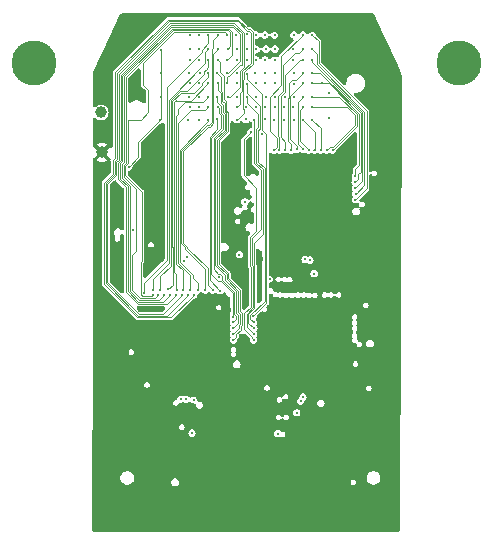
<source format=gbr>
G04 #@! TF.GenerationSoftware,KiCad,Pcbnew,9.0.5*
G04 #@! TF.CreationDate,2025-10-24T14:39:15-07:00*
G04 #@! TF.ProjectId,iris-128b,69726973-2d31-4323-9862-2e6b69636164,rev?*
G04 #@! TF.SameCoordinates,Original*
G04 #@! TF.FileFunction,Copper,L5,Inr*
G04 #@! TF.FilePolarity,Positive*
%FSLAX46Y46*%
G04 Gerber Fmt 4.6, Leading zero omitted, Abs format (unit mm)*
G04 Created by KiCad (PCBNEW 9.0.5) date 2025-10-24 14:39:15*
%MOMM*%
%LPD*%
G01*
G04 APERTURE LIST*
G04 #@! TA.AperFunction,ComponentPad*
%ADD10C,3.800000*%
G04 #@! TD*
G04 #@! TA.AperFunction,ComponentPad*
%ADD11C,1.000000*%
G04 #@! TD*
G04 #@! TA.AperFunction,ViaPad*
%ADD12C,0.600000*%
G04 #@! TD*
G04 #@! TA.AperFunction,ViaPad*
%ADD13C,0.304800*%
G04 #@! TD*
G04 #@! TA.AperFunction,Conductor*
%ADD14C,0.076200*%
G04 #@! TD*
G04 APERTURE END LIST*
D10*
X96650000Y-82485000D03*
D11*
X102380000Y-90030000D03*
X102334060Y-86647020D03*
D10*
X132650000Y-82485000D03*
D12*
X114575000Y-121225000D03*
X105920000Y-91170000D03*
D13*
X114975000Y-95750000D03*
D12*
X126325000Y-116650000D03*
X113627646Y-108979260D03*
X104479560Y-116644300D03*
X114925000Y-91325000D03*
X114950000Y-108510000D03*
X124960000Y-108530000D03*
D13*
X114042120Y-96500000D03*
D12*
X104575000Y-80425000D03*
X112660000Y-110570000D03*
X103400000Y-93150000D03*
X124000000Y-96500000D03*
X104560000Y-108530000D03*
X104680000Y-115660000D03*
X115740000Y-99090000D03*
X105900000Y-84975000D03*
X105675000Y-103300000D03*
X114575000Y-102050000D03*
X116794300Y-110913030D03*
X127025000Y-94025000D03*
X113020000Y-103420000D03*
X107240000Y-111110000D03*
X124450000Y-85300000D03*
X107362751Y-99079640D03*
X114925000Y-79200000D03*
X115410000Y-110290000D03*
X124375000Y-100500000D03*
D13*
X123800000Y-95600000D03*
X105000000Y-96600000D03*
X114025000Y-98700000D03*
X114488596Y-94226850D03*
X119986629Y-99136631D03*
X119407432Y-110754160D03*
X109550000Y-98900000D03*
X109050000Y-110950000D03*
X109300000Y-99227240D03*
X109500000Y-110950000D03*
X119586414Y-99113586D03*
X119200000Y-111100000D03*
X118878861Y-112090164D03*
X112300000Y-100600000D03*
X120350000Y-100300000D03*
X110150000Y-111000000D03*
X121100000Y-80100000D03*
X107400000Y-85375000D03*
X121600000Y-87150000D03*
X104640000Y-91280000D03*
X121625000Y-85050000D03*
X121010680Y-82209640D03*
X107425000Y-81350000D03*
X121000000Y-84200000D03*
X107341470Y-87292688D03*
X107400000Y-83350000D03*
X123850000Y-94045280D03*
X120200000Y-80100000D03*
X123822820Y-92545280D03*
X120159272Y-83292696D03*
X123839740Y-93045280D03*
X120200000Y-82200000D03*
X117398570Y-89843550D03*
X119410480Y-81315560D03*
X123860160Y-93545280D03*
X120200000Y-81330800D03*
X120200420Y-86202520D03*
X121398570Y-89843550D03*
X120898570Y-89843550D03*
X120203976Y-87278464D03*
X119450000Y-89800000D03*
X119405400Y-85341700D03*
X117914400Y-89825000D03*
X119400000Y-82200000D03*
X119400000Y-87287608D03*
X120398570Y-89843550D03*
X116948570Y-89843550D03*
X119400000Y-80100000D03*
X118900000Y-89800000D03*
X119400000Y-84200000D03*
X119400000Y-86200000D03*
X119898570Y-89843550D03*
X118398570Y-89843550D03*
X119383048Y-83298792D03*
X120200000Y-84200000D03*
X123836440Y-92045280D03*
X121914400Y-89843550D03*
X120175020Y-85341700D03*
X106710000Y-101690000D03*
X111400657Y-81314582D03*
X111400000Y-80133500D03*
X105940000Y-101950000D03*
X112232440Y-81295240D03*
X111775000Y-101700000D03*
X113508670Y-104946690D03*
X112200000Y-84200000D03*
X112200000Y-86200000D03*
X113508670Y-103974090D03*
X107990000Y-101650000D03*
X111377984Y-83297776D03*
X111400000Y-87261192D03*
X110490000Y-101675000D03*
X108700000Y-101700000D03*
X111377171Y-84199999D03*
X111400000Y-86200000D03*
X109850000Y-101675000D03*
X112200000Y-82200000D03*
X113508670Y-105946690D03*
X112200000Y-80133500D03*
X111125000Y-101700000D03*
X112105440Y-87244936D03*
X112400000Y-101750000D03*
X112167473Y-85341700D03*
X113508670Y-104446690D03*
X111375000Y-85350000D03*
X109235000Y-101685000D03*
X112146073Y-83304378D03*
X113508670Y-105446690D03*
X111400000Y-82200000D03*
X107340000Y-101680000D03*
X115409980Y-82204560D03*
X117000000Y-82200001D03*
X117033040Y-81285080D03*
X115370864Y-83323176D03*
X114644100Y-82245360D03*
X114701320Y-81295240D03*
X117006624Y-83341464D03*
X116207540Y-82209640D03*
X117000000Y-84200000D03*
X116205000Y-83324192D03*
X117000000Y-80100000D03*
X116270514Y-81295212D03*
X115453160Y-81305400D03*
X116175000Y-80100000D03*
X115450000Y-80100000D03*
X114644100Y-80064114D03*
X109702783Y-87300616D03*
X110600000Y-81315560D03*
X110600000Y-87302848D03*
X109787802Y-83364974D03*
X109800000Y-82200000D03*
X109800000Y-86200000D03*
X110600000Y-85364320D03*
X110686537Y-83313464D03*
X109855000Y-81325720D03*
X109793134Y-85370306D03*
X110600000Y-82200000D03*
X109800000Y-80133500D03*
X110600000Y-86200000D03*
X110600000Y-80133500D03*
X110600000Y-84200000D03*
X109800000Y-84200000D03*
X110012171Y-113812171D03*
X117796604Y-87301297D03*
X118608856Y-84215224D03*
X118625000Y-80100000D03*
X118604151Y-85345851D03*
X117852629Y-85341700D03*
X118600000Y-86200000D03*
X118562500Y-81314672D03*
X118600000Y-82200000D03*
X118645432Y-87293704D03*
X118622064Y-83366356D03*
X117805200Y-86210140D03*
X113000000Y-80100000D03*
X106670000Y-102130000D03*
X113000000Y-82200000D03*
X107640000Y-102110000D03*
X113030000Y-81285080D03*
X107140000Y-102130000D03*
X113800000Y-82200000D03*
X113786920Y-81285080D03*
X114575000Y-86225000D03*
X113800000Y-85341700D03*
X113799112Y-87269320D03*
X110160000Y-102130000D03*
X113833300Y-83297776D03*
X113004600Y-83329272D03*
X108150000Y-102110000D03*
X117267200Y-113858300D03*
X113800000Y-86200000D03*
X109640000Y-102140000D03*
X113000000Y-84200000D03*
X108640000Y-102120000D03*
X113786800Y-84188260D03*
X113776940Y-80123060D03*
X113052860Y-85341700D03*
X109150000Y-102130000D03*
X114570256Y-87259160D03*
X115912500Y-88487500D03*
X116997790Y-86197790D03*
X116200000Y-84200000D03*
X116949084Y-87276255D03*
X117028402Y-85348137D03*
X115297600Y-87277448D03*
X115225000Y-105425260D03*
X115412520Y-86212680D03*
X114635249Y-85364591D03*
X115250000Y-104925260D03*
X116199920Y-86205060D03*
X115000000Y-88325000D03*
X115225000Y-105925260D03*
X116238020Y-85346540D03*
X114625000Y-84225384D03*
X115225000Y-104425260D03*
X115403376Y-84194904D03*
X115388220Y-85363219D03*
X114672501Y-83375085D03*
X115200000Y-103925260D03*
X116200936Y-87247984D03*
X116615784Y-100765784D03*
D14*
X107341470Y-87292688D02*
X107400000Y-87234158D01*
X107425000Y-83325000D02*
X107400000Y-83350000D01*
X107341470Y-87292688D02*
X105475000Y-89159158D01*
X105475000Y-89159158D02*
X105475000Y-90445000D01*
X107425000Y-81350000D02*
X107425000Y-83325000D01*
X107400000Y-87234158D02*
X107400000Y-85375000D01*
X105475000Y-90445000D02*
X104640000Y-91280000D01*
X107400000Y-83350000D02*
X107400000Y-85375000D01*
X120200000Y-80100000D02*
X120750000Y-80650000D01*
X120750000Y-82518948D02*
X124800000Y-86568948D01*
X124800000Y-86568948D02*
X124800000Y-93095280D01*
X124800000Y-93095280D02*
X123850000Y-94045280D01*
X120750000Y-80650000D02*
X120750000Y-82518948D01*
X120877170Y-83292696D02*
X124286700Y-86702226D01*
X124103140Y-91848580D02*
X124103140Y-92264960D01*
X120159272Y-83292696D02*
X120877170Y-83292696D01*
X124286700Y-91665020D02*
X124103140Y-91848580D01*
X124286700Y-86702226D02*
X124286700Y-91665020D01*
X124103140Y-92264960D02*
X123822820Y-92545280D01*
X120200000Y-82400000D02*
X120200000Y-82200000D01*
X124439100Y-86639100D02*
X120200000Y-82400000D01*
X124439100Y-92445920D02*
X124439100Y-86639100D01*
X123839740Y-93045280D02*
X124439100Y-92445920D01*
X117375000Y-88781052D02*
X117375000Y-89632646D01*
X117295102Y-85295298D02*
X117295102Y-85458608D01*
X117747600Y-82675229D02*
X117747600Y-84842800D01*
X117291700Y-88697752D02*
X117375000Y-88781052D01*
X117747600Y-84842800D02*
X117295102Y-85295298D01*
X117295102Y-85458608D02*
X117291700Y-85462010D01*
X117281333Y-89726313D02*
X117398570Y-89843550D01*
X117291700Y-85462010D02*
X117291700Y-88697752D01*
X118772829Y-81650000D02*
X117747600Y-82675229D01*
X119410480Y-81315560D02*
X119076040Y-81650000D01*
X119076040Y-81650000D02*
X118772829Y-81650000D01*
X117375000Y-89632646D02*
X117281333Y-89726313D01*
X120575000Y-81705800D02*
X120575000Y-82559474D01*
X124600000Y-92805440D02*
X123860160Y-93545280D01*
X120200000Y-81330800D02*
X120575000Y-81705800D01*
X124600000Y-86584474D02*
X124600000Y-92805440D01*
X120575000Y-82559474D02*
X124600000Y-86584474D01*
X120200420Y-86202520D02*
X123140416Y-86202520D01*
X121965574Y-89576850D02*
X121665270Y-89576850D01*
X121665270Y-89576850D02*
X121398570Y-89843550D01*
X123140416Y-86202520D02*
X123800000Y-86862104D01*
X123800000Y-86862104D02*
X123800000Y-87742424D01*
X123800000Y-87742424D02*
X121965574Y-89576850D01*
X120898570Y-87973058D02*
X120898570Y-89843550D01*
X120203976Y-87278464D02*
X120898570Y-87973058D01*
X118980900Y-85766200D02*
X118980900Y-89330900D01*
X119405400Y-85341700D02*
X118980900Y-85766200D01*
X118980900Y-89330900D02*
X119450000Y-89800000D01*
X119186440Y-82200000D02*
X119400000Y-82200000D01*
X117900000Y-84905926D02*
X117900000Y-83486440D01*
X117529904Y-88740504D02*
X117529904Y-85276022D01*
X117900000Y-83486440D02*
X119186440Y-82200000D01*
X117914400Y-89825000D02*
X117914400Y-89125000D01*
X117529904Y-85276022D02*
X117900000Y-84905926D01*
X117914400Y-89125000D02*
X117529904Y-88740504D01*
X120400000Y-88287608D02*
X120400000Y-89718152D01*
X120274602Y-89843550D02*
X120398570Y-89843550D01*
X119400000Y-87287608D02*
X120400000Y-88287608D01*
X120400000Y-89718152D02*
X120274602Y-89843550D01*
X116628672Y-85321328D02*
X116628672Y-88250250D01*
X117222600Y-89569520D02*
X116948570Y-89843550D01*
X117222600Y-88844178D02*
X117222600Y-89569520D01*
X117575000Y-81925000D02*
X117575000Y-84375000D01*
X117575000Y-84375000D02*
X116628672Y-85321328D01*
X116628672Y-88250250D02*
X117222600Y-88844178D01*
X119400000Y-80100000D02*
X117575000Y-81925000D01*
X118333300Y-85493871D02*
X118333300Y-85239530D01*
X118300000Y-88900000D02*
X118300000Y-85527171D01*
X118300000Y-85527171D02*
X118333300Y-85493871D01*
X118900000Y-89500000D02*
X118300000Y-88900000D01*
X118900000Y-89800000D02*
X118900000Y-89500000D01*
X119372829Y-84200000D02*
X119400000Y-84200000D01*
X118333300Y-85239530D02*
X119372829Y-84200000D01*
X119898570Y-89843550D02*
X119133300Y-89078280D01*
X119133300Y-86466700D02*
X119400000Y-86200000D01*
X119133300Y-89078280D02*
X119133300Y-86466700D01*
X118398570Y-89373570D02*
X118398570Y-89843550D01*
X118180900Y-85430745D02*
X118147600Y-85464045D01*
X118147600Y-85464045D02*
X118147600Y-89122600D01*
X118225000Y-85132303D02*
X118180900Y-85176404D01*
X118180900Y-85176404D02*
X118180900Y-85430745D01*
X118147600Y-89122600D02*
X118398570Y-89373570D01*
X118225000Y-84172829D02*
X118225000Y-85132303D01*
X119383048Y-83298792D02*
X118773540Y-83908300D01*
X118773540Y-83908300D02*
X118489529Y-83908300D01*
X118489529Y-83908300D02*
X118225000Y-84172829D01*
X123829500Y-92038340D02*
X123836440Y-92045280D01*
X124134300Y-91145032D02*
X123829500Y-91449832D01*
X124134300Y-86765352D02*
X124134300Y-91145032D01*
X123829500Y-91449832D02*
X123829500Y-92038340D01*
X120200000Y-84200000D02*
X121568948Y-84200000D01*
X121568948Y-84200000D02*
X124134300Y-86765352D01*
X120175020Y-85341700D02*
X122495122Y-85341700D01*
X123981900Y-87776050D02*
X121914400Y-89843550D01*
X123981900Y-86828478D02*
X123981900Y-87776050D01*
X122495122Y-85341700D02*
X123981900Y-86828478D01*
X106710000Y-100751052D02*
X106710000Y-101690000D01*
X111133300Y-82489529D02*
X108052400Y-85570429D01*
X108058820Y-98193294D02*
X108058820Y-99402232D01*
X108058820Y-99402232D02*
X106710000Y-100751052D01*
X108052400Y-98186874D02*
X108058820Y-98193294D01*
X108052400Y-85570429D02*
X108052400Y-98186874D01*
X111133300Y-81581939D02*
X111133300Y-82489529D01*
X111400657Y-81314582D02*
X111133300Y-81581939D01*
X107900000Y-84477171D02*
X107900000Y-99130000D01*
X107900000Y-99130000D02*
X105940000Y-101090000D01*
X111400000Y-80133500D02*
X111400000Y-80811960D01*
X105940000Y-101090000D02*
X105940000Y-101950000D01*
X111400000Y-80811960D02*
X110866700Y-81345260D01*
X110866700Y-81510471D02*
X107900000Y-84477171D01*
X110866700Y-81345260D02*
X110866700Y-81510471D01*
X109271600Y-97681866D02*
X109623628Y-98033894D01*
X111342800Y-99842800D02*
X111342800Y-101267800D01*
X111819100Y-87573597D02*
X111533233Y-87859464D01*
X111342800Y-101267800D02*
X111775000Y-101700000D01*
X111819100Y-81708580D02*
X111819100Y-87573597D01*
X109623628Y-98033894D02*
X109623628Y-98123628D01*
X111371588Y-87859464D02*
X109271600Y-89959452D01*
X111533233Y-87859464D02*
X111371588Y-87859464D01*
X109623628Y-98123628D02*
X111342800Y-99842800D01*
X112232440Y-81295240D02*
X111819100Y-81708580D01*
X109271600Y-89959452D02*
X109271600Y-97681866D01*
X112434173Y-85257002D02*
X112428500Y-85251329D01*
X112779500Y-100395026D02*
X112000000Y-99615526D01*
X112779500Y-100838908D02*
X112779500Y-100395026D01*
X112200000Y-84787946D02*
X112200000Y-84200000D01*
X113927770Y-104527590D02*
X113927770Y-103800493D01*
X112619100Y-86026403D02*
X112434173Y-85841476D01*
X112428500Y-85016446D02*
X112200000Y-84787946D01*
X112000000Y-88904800D02*
X112771500Y-88133300D01*
X113508670Y-104946690D02*
X113927770Y-104527590D01*
X112434173Y-85841476D02*
X112434173Y-85257002D01*
X112619100Y-86626101D02*
X112619100Y-86026403D01*
X113927770Y-103800493D02*
X113754800Y-103627523D01*
X113754800Y-103627523D02*
X113754800Y-101814208D01*
X112000000Y-99615526D02*
X112000000Y-88904800D01*
X112771500Y-86778501D02*
X112619100Y-86626101D01*
X112428500Y-85251329D02*
X112428500Y-85016446D01*
X113754800Y-101814208D02*
X112779500Y-100838908D01*
X112771500Y-88133300D02*
X112771500Y-86778501D01*
X111647600Y-88826148D02*
X112466700Y-88007048D01*
X113508670Y-103974090D02*
X113450000Y-103915420D01*
X113450000Y-103915420D02*
X113450000Y-101939858D01*
X112314300Y-86314300D02*
X112200000Y-86200000D01*
X112466700Y-88007048D02*
X112466700Y-86904753D01*
X112466700Y-86904753D02*
X112314300Y-86752353D01*
X112314300Y-86752353D02*
X112314300Y-86314300D01*
X111647600Y-100324771D02*
X111647600Y-88826148D01*
X112245583Y-100922754D02*
X111647600Y-100324771D01*
X113450000Y-101939858D02*
X112432896Y-100922754D01*
X112432896Y-100922754D02*
X112245583Y-100922754D01*
X110177171Y-85000000D02*
X109053881Y-85000000D01*
X110866700Y-84310471D02*
X110177171Y-85000000D01*
X108357200Y-85696681D02*
X108357200Y-98060622D01*
X108363620Y-98067042D02*
X108363620Y-101276380D01*
X111377984Y-83297776D02*
X111377984Y-83622016D01*
X110866700Y-84133300D02*
X110866700Y-84310471D01*
X108357200Y-98060622D02*
X108363620Y-98067042D01*
X109053881Y-85000000D02*
X108357200Y-85696681D01*
X111377984Y-83622016D02*
X110866700Y-84133300D01*
X108363620Y-101276380D02*
X107990000Y-101650000D01*
X111400000Y-87261192D02*
X111400000Y-87400000D01*
X110072400Y-100692400D02*
X110490000Y-101110000D01*
X111400000Y-87400000D02*
X108966800Y-89833200D01*
X108966800Y-89833200D02*
X108966800Y-97808118D01*
X110490000Y-101110000D02*
X110490000Y-101675000D01*
X110072400Y-100441348D02*
X110072400Y-100692400D01*
X108973220Y-99342168D02*
X110072400Y-100441348D01*
X108973220Y-97814538D02*
X108973220Y-99342168D01*
X108966800Y-97808118D02*
X108973220Y-97814538D01*
X108634704Y-85634703D02*
X108666701Y-85666700D01*
X108660000Y-100309734D02*
X108516020Y-100165754D01*
X108660000Y-101660000D02*
X108660000Y-100309734D01*
X108509600Y-85759807D02*
X108634704Y-85634703D01*
X108516020Y-98003916D02*
X108509600Y-97997496D01*
X109910471Y-85666700D02*
X111377171Y-84199999D01*
X108666701Y-85666700D02*
X109910471Y-85666700D01*
X108516020Y-100165754D02*
X108516020Y-98003916D01*
X108700000Y-101700000D02*
X108660000Y-101660000D01*
X108509600Y-97997496D02*
X108509600Y-85759807D01*
X108820820Y-99405294D02*
X108820820Y-97877664D01*
X109933300Y-86466700D02*
X111133300Y-86466700D01*
X108814400Y-97871244D02*
X108814400Y-87585600D01*
X109850000Y-100434474D02*
X108820820Y-99405294D01*
X108820820Y-97877664D02*
X108814400Y-97871244D01*
X109850000Y-101675000D02*
X109850000Y-100434474D01*
X108814400Y-87585600D02*
X109933300Y-86466700D01*
X111133300Y-86466700D02*
X111400000Y-86200000D01*
X113076300Y-86652249D02*
X112923900Y-86499849D01*
X114232570Y-103674241D02*
X114059600Y-103501271D01*
X114152400Y-104734012D02*
X114232570Y-104653842D01*
X113084300Y-100268774D02*
X112304800Y-99489274D01*
X114152400Y-105047600D02*
X114152400Y-104734012D01*
X113775370Y-105679990D02*
X113775370Y-105424630D01*
X113084300Y-100712656D02*
X113084300Y-100268774D01*
X112923900Y-85723900D02*
X112738973Y-85538973D01*
X112400000Y-82400000D02*
X112200000Y-82200000D01*
X113508670Y-105946690D02*
X113775370Y-105679990D01*
X113076300Y-88259552D02*
X113076300Y-86652249D01*
X112738973Y-85130750D02*
X112733300Y-85125077D01*
X114059600Y-103501271D02*
X114059600Y-101687956D01*
X112733300Y-83556129D02*
X112400000Y-83222829D01*
X114232570Y-104653842D02*
X114232570Y-103674241D01*
X112304800Y-99489274D02*
X112304800Y-89031052D01*
X112304800Y-89031052D02*
X113076300Y-88259552D01*
X114059600Y-101687956D02*
X113084300Y-100712656D01*
X113775370Y-105424630D02*
X114152400Y-105047600D01*
X112738973Y-85538973D02*
X112738973Y-85130750D01*
X112400000Y-83222829D02*
X112400000Y-82400000D01*
X112923900Y-86499849D02*
X112923900Y-85723900D01*
X112733300Y-85125077D02*
X112733300Y-83556129D01*
X109119200Y-97744992D02*
X109450000Y-98075792D01*
X112200000Y-80133500D02*
X111800000Y-80533500D01*
X109119200Y-89896326D02*
X109119200Y-97744992D01*
X111125000Y-99925000D02*
X111125000Y-101700000D01*
X109450000Y-98250000D02*
X111125000Y-99925000D01*
X111308462Y-87707064D02*
X109119200Y-89896326D01*
X111470107Y-87707064D02*
X111308462Y-87707064D01*
X111800000Y-80533500D02*
X111800000Y-81200000D01*
X109450000Y-98075792D02*
X109450000Y-98250000D01*
X111666700Y-87510471D02*
X111470107Y-87707064D01*
X111666700Y-81333300D02*
X111666700Y-87510471D01*
X111800000Y-81200000D02*
X111666700Y-81333300D01*
X111495200Y-100845200D02*
X112400000Y-101750000D01*
X112105440Y-88094560D02*
X111495200Y-88704800D01*
X112105440Y-87244936D02*
X112105440Y-88094560D01*
X111495200Y-88704800D02*
X111495200Y-100845200D01*
X111847600Y-88841674D02*
X111847600Y-99952400D01*
X112619100Y-86841627D02*
X112619100Y-88070174D01*
X112466700Y-86689227D02*
X112619100Y-86841627D01*
X113775370Y-104179990D02*
X113508670Y-104446690D01*
X112167473Y-85790302D02*
X112466700Y-86089529D01*
X113775370Y-103863619D02*
X113775370Y-104179990D01*
X112585296Y-100508125D02*
X112585296Y-100859628D01*
X112228500Y-100333300D02*
X112410471Y-100333300D01*
X113602400Y-101876732D02*
X113602400Y-103690649D01*
X112410471Y-100333300D02*
X112585296Y-100508125D01*
X112466700Y-86089529D02*
X112466700Y-86689227D01*
X112619100Y-88070174D02*
X111847600Y-88841674D01*
X112585296Y-100859628D02*
X113602400Y-101876732D01*
X111847600Y-99952400D02*
X112228500Y-100333300D01*
X113602400Y-103690649D02*
X113775370Y-103863619D01*
X112167473Y-85341700D02*
X112167473Y-85790302D01*
X108662000Y-97934370D02*
X108662000Y-86960829D01*
X110905900Y-85819100D02*
X111375000Y-85350000D01*
X108662000Y-86960829D02*
X108800000Y-86822829D01*
X108800000Y-86822829D02*
X108800000Y-86400000D01*
X108668420Y-99468420D02*
X108668420Y-97940790D01*
X109235000Y-100035000D02*
X108668420Y-99468420D01*
X109380900Y-85819100D02*
X110905900Y-85819100D01*
X109235000Y-101685000D02*
X109235000Y-100035000D01*
X108668420Y-97940790D02*
X108662000Y-97934370D01*
X108800000Y-86400000D02*
X109380900Y-85819100D01*
X112586573Y-85686573D02*
X112771500Y-85871500D01*
X112152400Y-88967926D02*
X112152400Y-99552400D01*
X114080170Y-104590716D02*
X114000000Y-104670886D01*
X112771500Y-85871500D02*
X112771500Y-86562975D01*
X112580900Y-85188203D02*
X112586573Y-85193876D01*
X114000000Y-104955360D02*
X113508670Y-105446690D01*
X112923900Y-88196426D02*
X112152400Y-88967926D01*
X112580900Y-84953320D02*
X112580900Y-85188203D01*
X112466700Y-83625005D02*
X112466700Y-84839120D01*
X112931900Y-100331900D02*
X112931900Y-100775782D01*
X113907200Y-101751082D02*
X113907200Y-103564397D01*
X112931900Y-100775782D02*
X113907200Y-101751082D01*
X112466700Y-84839120D02*
X112580900Y-84953320D01*
X114000000Y-104670886D02*
X114000000Y-104955360D01*
X112771500Y-86562975D02*
X112923900Y-86715375D01*
X112152400Y-99552400D02*
X112931900Y-100331900D01*
X114080170Y-103737367D02*
X114080170Y-104590716D01*
X112586573Y-85193876D02*
X112586573Y-85686573D01*
X112923900Y-86715375D02*
X112923900Y-88196426D01*
X112146073Y-83304378D02*
X112466700Y-83625005D01*
X113907200Y-103564397D02*
X114080170Y-103737367D01*
X107340000Y-100552104D02*
X108211220Y-99680884D01*
X108204800Y-85633555D02*
X109019178Y-84819177D01*
X111400000Y-82803320D02*
X111400000Y-82200000D01*
X110996886Y-83380285D02*
X110996886Y-83203115D01*
X108204800Y-98123748D02*
X108204800Y-85633555D01*
X111153115Y-83046886D02*
X111156434Y-83046886D01*
X111156434Y-83046886D02*
X111400000Y-82803320D01*
X109557994Y-84819177D02*
X110996886Y-83380285D01*
X108211220Y-98130168D02*
X108204800Y-98123748D01*
X110996886Y-83203115D02*
X111153115Y-83046886D01*
X108211220Y-99680884D02*
X108211220Y-98130168D01*
X109019178Y-84819177D02*
X109557994Y-84819177D01*
X107340000Y-101680000D02*
X107340000Y-100552104D01*
X104373300Y-91169529D02*
X104373300Y-91998300D01*
X104575000Y-90967829D02*
X104373300Y-91169529D01*
X106314300Y-84803391D02*
X106314300Y-86642649D01*
X104373300Y-91998300D02*
X105748391Y-93373391D01*
X105673300Y-99326700D02*
X105673300Y-102073300D01*
X112766800Y-79866800D02*
X108445304Y-79866800D01*
X104575000Y-87289300D02*
X104575000Y-90967829D01*
X108445304Y-79866800D02*
X105843564Y-82468540D01*
X105748391Y-99251609D02*
X105673300Y-99326700D01*
X106583300Y-102216700D02*
X106670000Y-102130000D01*
X113000000Y-80100000D02*
X112766800Y-79866800D01*
X105843564Y-84332655D02*
X106314300Y-84803391D01*
X105748391Y-93373391D02*
X105748391Y-99251609D01*
X105816700Y-102216700D02*
X106583300Y-102216700D01*
X105843564Y-82468540D02*
X105843564Y-84332655D01*
X105673300Y-102073300D02*
X105816700Y-102216700D01*
X106314300Y-86642649D02*
X105667649Y-87289300D01*
X105667649Y-87289300D02*
X104575000Y-87289300D01*
X104068500Y-92202800D02*
X104068500Y-91043277D01*
X113419100Y-81780900D02*
X113000000Y-82200000D01*
X104068500Y-91043277D02*
X104270200Y-90841577D01*
X113419100Y-79819100D02*
X113419100Y-81780900D01*
X104733300Y-101748826D02*
X104733300Y-92867600D01*
X104270200Y-83610852D02*
X108319052Y-79562000D01*
X113162000Y-79562000D02*
X113419100Y-79819100D01*
X104733300Y-92867600D02*
X104068500Y-92202800D01*
X104270200Y-90841577D02*
X104270200Y-83610852D01*
X108319052Y-79562000D02*
X113162000Y-79562000D01*
X107200900Y-102549100D02*
X105533574Y-102549100D01*
X107640000Y-102110000D02*
X107200900Y-102549100D01*
X105533574Y-102549100D02*
X104733300Y-101748826D01*
X105596700Y-102396700D02*
X106873300Y-102396700D01*
X104422600Y-90904703D02*
X104220900Y-91106403D01*
X104422600Y-83673978D02*
X104422600Y-90904703D01*
X113266700Y-81048380D02*
X113266700Y-79882226D01*
X113030000Y-81285080D02*
X113266700Y-81048380D01*
X104220900Y-92139674D02*
X105266700Y-93185474D01*
X104900000Y-98760700D02*
X104900000Y-101700000D01*
X105266700Y-98394000D02*
X104900000Y-98760700D01*
X113266700Y-79882226D02*
X113098874Y-79714400D01*
X105266700Y-93185474D02*
X105266700Y-98394000D01*
X104220900Y-91106403D02*
X104220900Y-92139674D01*
X113098874Y-79714400D02*
X108382178Y-79714400D01*
X106873300Y-102396700D02*
X107140000Y-102130000D01*
X108382178Y-79714400D02*
X104422600Y-83673978D01*
X104900000Y-101700000D02*
X105596700Y-102396700D01*
X114404800Y-83870200D02*
X114404800Y-83265615D01*
X113799112Y-87269320D02*
X114375000Y-86693432D01*
X114881692Y-79614300D02*
X114753391Y-79614300D01*
X102545200Y-101187161D02*
X105377139Y-104019100D01*
X113939091Y-78800000D02*
X107984474Y-78800000D01*
X103508200Y-90525947D02*
X103306500Y-90727647D01*
X103306500Y-90727647D02*
X103306500Y-91837448D01*
X114308300Y-85314529D02*
X114358300Y-85264529D01*
X102545200Y-92598748D02*
X102545200Y-101187161D01*
X115137184Y-79869792D02*
X114881692Y-79614300D01*
X115137184Y-82543396D02*
X115137184Y-79869792D01*
X103306500Y-91837448D02*
X102545200Y-92598748D01*
X105377139Y-104019100D02*
X108270900Y-104019100D01*
X114308300Y-86335471D02*
X114308300Y-85314529D01*
X114375000Y-86693432D02*
X114375000Y-86402171D01*
X114358300Y-85264529D02*
X114358300Y-83916700D01*
X114571194Y-83109386D02*
X115137184Y-82543396D01*
X114375000Y-86402171D02*
X114308300Y-86335471D01*
X108270900Y-104019100D02*
X110160000Y-102130000D01*
X114404800Y-83265615D02*
X114561029Y-83109386D01*
X103508200Y-83276274D02*
X103508200Y-90525947D01*
X114561029Y-83109386D02*
X114571194Y-83109386D01*
X107984474Y-78800000D02*
X103508200Y-83276274D01*
X114358300Y-83916700D02*
X114404800Y-83870200D01*
X114753391Y-79614300D02*
X113939091Y-78800000D01*
X114066700Y-80035649D02*
X113440652Y-79409600D01*
X104580900Y-92930726D02*
X104580900Y-101811952D01*
X113440652Y-79409600D02*
X108255926Y-79409600D01*
X107558500Y-102701500D02*
X108150000Y-102110000D01*
X103916100Y-92265926D02*
X104580900Y-92930726D01*
X105470448Y-102701500D02*
X107558500Y-102701500D01*
X104117800Y-83547726D02*
X104117800Y-90778451D01*
X113004600Y-83329272D02*
X113047899Y-83329272D01*
X113047899Y-83329272D02*
X114066700Y-82310471D01*
X103916100Y-90980151D02*
X103916100Y-92265926D01*
X114066700Y-82310471D02*
X114066700Y-80035649D01*
X104580900Y-101811952D02*
X105470448Y-102701500D01*
X104117800Y-90778451D02*
X103916100Y-90980151D01*
X108255926Y-79409600D02*
X104117800Y-83547726D01*
X107913300Y-103866700D02*
X109640000Y-102140000D01*
X103660600Y-90589073D02*
X103458900Y-90790773D01*
X114252400Y-83179260D02*
X114976656Y-82455004D01*
X113875965Y-78952400D02*
X108047600Y-78952400D01*
X114818566Y-79766700D02*
X114690265Y-79766700D01*
X114976656Y-82455004D02*
X114976656Y-79924790D01*
X108047600Y-78952400D02*
X103660600Y-83339400D01*
X103458900Y-90790773D02*
X103458900Y-91900574D01*
X114252400Y-83807074D02*
X114252400Y-83179260D01*
X103458900Y-91900574D02*
X102697600Y-92661874D01*
X114976656Y-79924790D02*
X114818566Y-79766700D01*
X114205900Y-83853574D02*
X114252400Y-83807074D01*
X114066700Y-85933300D02*
X114066700Y-85008301D01*
X114690265Y-79766700D02*
X113875965Y-78952400D01*
X102697600Y-92661874D02*
X102697600Y-101124035D01*
X114066700Y-85008301D02*
X114205900Y-84869101D01*
X113800000Y-86200000D02*
X114066700Y-85933300D01*
X102697600Y-101124035D02*
X105440265Y-103866700D01*
X105440265Y-103866700D02*
X107913300Y-103866700D01*
X103660600Y-83339400D02*
X103660600Y-90589073D01*
X114205900Y-84869101D02*
X114205900Y-83853574D01*
X114225000Y-79978422D02*
X114225000Y-82634474D01*
X104428500Y-101875078D02*
X104428500Y-92993852D01*
X103763700Y-92329052D02*
X103763700Y-90917025D01*
X113503778Y-79257200D02*
X114225000Y-79978422D01*
X104428500Y-92993852D02*
X103763700Y-92329052D01*
X113000000Y-83688456D02*
X113000000Y-84200000D01*
X103965400Y-90715325D02*
X103965400Y-83484600D01*
X113271300Y-83439743D02*
X113115071Y-83595972D01*
X103763700Y-90917025D02*
X103965400Y-90715325D01*
X103965400Y-83484600D02*
X108192800Y-79257200D01*
X113271300Y-83417156D02*
X113271300Y-83439743D01*
X114051582Y-82636874D02*
X113271300Y-83417156D01*
X114225000Y-82634474D02*
X114222600Y-82636874D01*
X113092484Y-83595972D02*
X113000000Y-83688456D01*
X108640000Y-102120000D02*
X107906100Y-102853900D01*
X105407322Y-102853900D02*
X104428500Y-101875078D01*
X114222600Y-82636874D02*
X114051582Y-82636874D01*
X108192800Y-79257200D02*
X113503778Y-79257200D01*
X113115071Y-83595972D02*
X113092484Y-83595972D01*
X107906100Y-102853900D02*
X105407322Y-102853900D01*
X114377400Y-79915296D02*
X113566904Y-79104800D01*
X103611300Y-90853899D02*
X103611300Y-91963700D01*
X108110726Y-79104800D02*
X103813000Y-83402526D01*
X103611300Y-91963700D02*
X102850000Y-92725000D01*
X114053500Y-84496500D02*
X114053500Y-83790448D01*
X102850000Y-101060909D02*
X105503391Y-103714300D01*
X102850000Y-92725000D02*
X102850000Y-101060909D01*
X113208300Y-85341700D02*
X114053500Y-84496500D01*
X107565700Y-103714300D02*
X109150000Y-102130000D01*
X113052860Y-85341700D02*
X113208300Y-85341700D01*
X114375000Y-82700000D02*
X114377400Y-82697600D01*
X114377400Y-82697600D02*
X114377400Y-79915296D01*
X113566904Y-79104800D02*
X108110726Y-79104800D01*
X103813000Y-83402526D02*
X103813000Y-90652199D01*
X114375000Y-82838220D02*
X114375000Y-82700000D01*
X114100000Y-83113220D02*
X114375000Y-82838220D01*
X105503391Y-103714300D02*
X107565700Y-103714300D01*
X114053500Y-83790448D02*
X114100000Y-83743948D01*
X114100000Y-83743948D02*
X114100000Y-83113220D01*
X103813000Y-90652199D02*
X103611300Y-90853899D01*
X114628500Y-103688537D02*
X114628500Y-104828760D01*
X115849500Y-96510889D02*
X115072600Y-97287789D01*
X115849500Y-91517717D02*
X115849500Y-96510889D01*
X115297600Y-90965817D02*
X115849500Y-91517717D01*
X115147600Y-99694015D02*
X115147600Y-103169437D01*
X114628500Y-104828760D02*
X115225000Y-105425260D01*
X115297600Y-87277448D02*
X115297600Y-90965817D01*
X115147600Y-103169437D02*
X114628500Y-103688537D01*
X115072600Y-99619015D02*
X115147600Y-99694015D01*
X115072600Y-97287789D02*
X115072600Y-99619015D01*
X115225000Y-97725000D02*
X115225000Y-99555889D01*
X116001900Y-96948100D02*
X115225000Y-97725000D01*
X114635249Y-85364591D02*
X114635249Y-85837420D01*
X115564300Y-87910700D02*
X115450000Y-88025000D01*
X114635249Y-85837420D02*
X115564300Y-86766471D01*
X115564300Y-86766471D02*
X115564300Y-87910700D01*
X115450000Y-88025000D02*
X115450000Y-90902691D01*
X116001900Y-91454591D02*
X116001900Y-96948100D01*
X115225000Y-99555889D02*
X115300000Y-99630889D01*
X115300000Y-103232563D02*
X114780900Y-103751663D01*
X115300000Y-99630889D02*
X115300000Y-103232563D01*
X114780900Y-104456160D02*
X115250000Y-104925260D01*
X114780900Y-103751663D02*
X114780900Y-104456160D01*
X115450000Y-90902691D02*
X116001900Y-91454591D01*
X115114529Y-105735471D02*
X115114529Y-105691960D01*
X114920200Y-99682141D02*
X114920200Y-97224663D01*
X114450000Y-105027431D02*
X114450000Y-103651511D01*
X115100000Y-105750000D02*
X115114529Y-105735471D01*
X115225000Y-105925260D02*
X115100000Y-105800260D01*
X114920200Y-97224663D02*
X115425000Y-96719863D01*
X115425000Y-96719863D02*
X115425000Y-93037958D01*
X115425000Y-93037958D02*
X114375000Y-91987958D01*
X114375000Y-88950000D02*
X115000000Y-88325000D01*
X115100000Y-105800260D02*
X115100000Y-105750000D01*
X114450000Y-103651511D02*
X114995200Y-103106311D01*
X115114529Y-105691960D02*
X114450000Y-105027431D01*
X114995200Y-103106311D02*
X114995200Y-99757141D01*
X114995200Y-99757141D02*
X114920200Y-99682141D01*
X114375000Y-91987958D02*
X114375000Y-88950000D01*
X115625000Y-90862165D02*
X116154300Y-91391465D01*
X116154300Y-102593789D02*
X114933300Y-103814789D01*
X115625000Y-88172829D02*
X115625000Y-90862165D01*
X115758071Y-86110242D02*
X115758071Y-88039758D01*
X114933300Y-104133560D02*
X115225000Y-104425260D01*
X115758071Y-88039758D02*
X115625000Y-88172829D01*
X114625000Y-84977171D02*
X115758071Y-86110242D01*
X114933300Y-103814789D02*
X114933300Y-104133560D01*
X114625000Y-84225384D02*
X114625000Y-84977171D01*
X116154300Y-91391465D02*
X116154300Y-102593789D01*
X114672501Y-83375085D02*
X114672501Y-83872501D01*
X115910471Y-85110471D02*
X115910471Y-88108300D01*
X114672501Y-83872501D02*
X115910471Y-85110471D01*
X116306700Y-102818560D02*
X115200000Y-103925260D01*
X116306700Y-88504529D02*
X116306700Y-102818560D01*
X115910471Y-88108300D02*
X116306700Y-88504529D01*
G04 #@! TA.AperFunction,Conductor*
G36*
X101575114Y-122095840D02*
G01*
X101555267Y-122061452D01*
X101550113Y-122022091D01*
X101550130Y-122009233D01*
X101590521Y-90636759D01*
X101610902Y-90561088D01*
X101615721Y-90556280D01*
X101575114Y-122095840D01*
G37*
G04 #@! TD.AperFunction*
G04 #@! TA.AperFunction,Conductor*
G36*
X101617080Y-89501080D02*
G01*
X101593036Y-89439816D01*
X101592084Y-89422685D01*
X101594903Y-87233800D01*
X101615283Y-87158130D01*
X101620103Y-87153322D01*
X101617080Y-89501080D01*
G37*
G04 #@! TD.AperFunction*
G04 #@! TA.AperFunction,Conductor*
G36*
X101625000Y-83350000D02*
G01*
X101621409Y-86138884D01*
X101599467Y-86094949D01*
X101596408Y-86064476D01*
X101599956Y-83309042D01*
X101614613Y-83244251D01*
X101617450Y-83238283D01*
X103930180Y-78371913D01*
X103933993Y-78367435D01*
X101625000Y-83350000D01*
G37*
G04 #@! TD.AperFunction*
G04 #@! TA.AperFunction,Conductor*
G36*
X125454148Y-78374295D02*
G01*
X127332723Y-82511155D01*
X127711345Y-83344930D01*
X127718724Y-83379293D01*
X127721534Y-83378693D01*
X127724936Y-83394595D01*
X125451649Y-78369435D01*
X125454148Y-78374295D01*
G37*
G04 #@! TD.AperFunction*
G04 #@! TA.AperFunction,Conductor*
G36*
X125391999Y-78305784D02*
G01*
X125447415Y-78361200D01*
X125451647Y-78369430D01*
X127724935Y-83394594D01*
X127724937Y-83394600D01*
X127736435Y-83420016D01*
X127749893Y-83482908D01*
X127625521Y-121998589D01*
X127604993Y-122074223D01*
X127549398Y-122129460D01*
X127474122Y-122149500D01*
X101701544Y-122149500D01*
X101625844Y-122129216D01*
X101575137Y-122078509D01*
X101580799Y-117680926D01*
X103943300Y-117680926D01*
X103982600Y-117827597D01*
X104058522Y-117959098D01*
X104058524Y-117959101D01*
X104165898Y-118066475D01*
X104165901Y-118066477D01*
X104297402Y-118142399D01*
X104444074Y-118181700D01*
X104444076Y-118181700D01*
X104595925Y-118181700D01*
X104669261Y-118162049D01*
X104742598Y-118142399D01*
X104874102Y-118066475D01*
X104965577Y-117975000D01*
X108242042Y-117975000D01*
X108258171Y-118066475D01*
X108262122Y-118088878D01*
X108288952Y-118135351D01*
X108319937Y-118189019D01*
X108319938Y-118189020D01*
X108319939Y-118189021D01*
X108408521Y-118263350D01*
X108408522Y-118263350D01*
X108408523Y-118263351D01*
X108517182Y-118302900D01*
X108632817Y-118302900D01*
X108632818Y-118302900D01*
X108741479Y-118263350D01*
X108830061Y-118189021D01*
X108887878Y-118088878D01*
X108907958Y-117975000D01*
X123443712Y-117975000D01*
X123461493Y-118064390D01*
X123512128Y-118140172D01*
X123587910Y-118190807D01*
X123677300Y-118208588D01*
X123766690Y-118190807D01*
X123842472Y-118140172D01*
X123893107Y-118064390D01*
X123910888Y-117975000D01*
X123893107Y-117885610D01*
X123842472Y-117809828D01*
X123766690Y-117759193D01*
X123766687Y-117759192D01*
X123677300Y-117741412D01*
X123587912Y-117759192D01*
X123587910Y-117759192D01*
X123587910Y-117759193D01*
X123585237Y-117760979D01*
X123512128Y-117809828D01*
X123461492Y-117885612D01*
X123446874Y-117959102D01*
X123443712Y-117975000D01*
X108907958Y-117975000D01*
X108887878Y-117861122D01*
X108830061Y-117760979D01*
X108741479Y-117686650D01*
X108741477Y-117686649D01*
X108741476Y-117686648D01*
X108725755Y-117680926D01*
X124793300Y-117680926D01*
X124832600Y-117827597D01*
X124908522Y-117959098D01*
X124908524Y-117959101D01*
X125015898Y-118066475D01*
X125015901Y-118066477D01*
X125147402Y-118142399D01*
X125294074Y-118181700D01*
X125294076Y-118181700D01*
X125445925Y-118181700D01*
X125519261Y-118162049D01*
X125592598Y-118142399D01*
X125724102Y-118066475D01*
X125831475Y-117959102D01*
X125907399Y-117827598D01*
X125925249Y-117760980D01*
X125946700Y-117680926D01*
X125946700Y-117529073D01*
X125907399Y-117382402D01*
X125831477Y-117250901D01*
X125831475Y-117250898D01*
X125724101Y-117143524D01*
X125724098Y-117143522D01*
X125592597Y-117067600D01*
X125445927Y-117028300D01*
X125445924Y-117028300D01*
X125294076Y-117028300D01*
X125294073Y-117028300D01*
X125147402Y-117067600D01*
X125015901Y-117143522D01*
X125015898Y-117143524D01*
X124908524Y-117250898D01*
X124908522Y-117250901D01*
X124832600Y-117382402D01*
X124793300Y-117529073D01*
X124793300Y-117680926D01*
X108725755Y-117680926D01*
X108632819Y-117647100D01*
X108632818Y-117647100D01*
X108517182Y-117647100D01*
X108517181Y-117647100D01*
X108408523Y-117686648D01*
X108319937Y-117760980D01*
X108262121Y-117861124D01*
X108242042Y-117975000D01*
X104965577Y-117975000D01*
X104981475Y-117959102D01*
X105057399Y-117827598D01*
X105075249Y-117760980D01*
X105096700Y-117680926D01*
X105096700Y-117529073D01*
X105057399Y-117382402D01*
X104981477Y-117250901D01*
X104981475Y-117250898D01*
X104874101Y-117143524D01*
X104874098Y-117143522D01*
X104742597Y-117067600D01*
X104595927Y-117028300D01*
X104595924Y-117028300D01*
X104444076Y-117028300D01*
X104444073Y-117028300D01*
X104297402Y-117067600D01*
X104165901Y-117143522D01*
X104165898Y-117143524D01*
X104058524Y-117250898D01*
X104058522Y-117250901D01*
X103982600Y-117382402D01*
X103943300Y-117529073D01*
X103943300Y-117680926D01*
X101580799Y-117680926D01*
X101585781Y-113812171D01*
X109702161Y-113812171D01*
X109720856Y-113918199D01*
X109720856Y-113918200D01*
X109720857Y-113918201D01*
X109774690Y-114011442D01*
X109857166Y-114080648D01*
X109958338Y-114117471D01*
X109958340Y-114117471D01*
X110066002Y-114117471D01*
X110066004Y-114117471D01*
X110167176Y-114080648D01*
X110249652Y-114011442D01*
X110303485Y-113918201D01*
X110314047Y-113858300D01*
X116957190Y-113858300D01*
X116975885Y-113964328D01*
X116975885Y-113964329D01*
X116975886Y-113964330D01*
X117029719Y-114057571D01*
X117112195Y-114126777D01*
X117213367Y-114163600D01*
X117213369Y-114163600D01*
X117321032Y-114163600D01*
X117321033Y-114163600D01*
X117422205Y-114126777D01*
X117422205Y-114126776D01*
X117434653Y-114122246D01*
X117435598Y-114124843D01*
X117492547Y-114109581D01*
X117568249Y-114129860D01*
X117576667Y-114135095D01*
X117587910Y-114142607D01*
X117677300Y-114160388D01*
X117766690Y-114142607D01*
X117842472Y-114091972D01*
X117893107Y-114016190D01*
X117910888Y-113926800D01*
X117893107Y-113837410D01*
X117842472Y-113761628D01*
X117766690Y-113710993D01*
X117766687Y-113710992D01*
X117677300Y-113693212D01*
X117677299Y-113693212D01*
X117641855Y-113700262D01*
X117563652Y-113695136D01*
X117517532Y-113664319D01*
X117514828Y-113667543D01*
X117422206Y-113589824D01*
X117422205Y-113589823D01*
X117321033Y-113553000D01*
X117213367Y-113553000D01*
X117112195Y-113589823D01*
X117112194Y-113589823D01*
X117112193Y-113589824D01*
X117029720Y-113659027D01*
X116975885Y-113752271D01*
X116957190Y-113858299D01*
X116957190Y-113858300D01*
X110314047Y-113858300D01*
X110322181Y-113812171D01*
X110303485Y-113706141D01*
X110249652Y-113612900D01*
X110167176Y-113543694D01*
X110066004Y-113506871D01*
X109958338Y-113506871D01*
X109857166Y-113543694D01*
X109857165Y-113543694D01*
X109857164Y-113543695D01*
X109774691Y-113612898D01*
X109720856Y-113706142D01*
X109702161Y-113812170D01*
X109702161Y-113812171D01*
X101585781Y-113812171D01*
X101586440Y-113300000D01*
X108916412Y-113300000D01*
X108934193Y-113389390D01*
X108984828Y-113465172D01*
X109060610Y-113515807D01*
X109150000Y-113533588D01*
X109239390Y-113515807D01*
X109315172Y-113465172D01*
X109365807Y-113389390D01*
X109383588Y-113300000D01*
X109365807Y-113210610D01*
X109315172Y-113134828D01*
X109239390Y-113084193D01*
X109239387Y-113084192D01*
X109150000Y-113066412D01*
X109060612Y-113084192D01*
X109060610Y-113084192D01*
X109060610Y-113084193D01*
X108984828Y-113134828D01*
X108934192Y-113210612D01*
X108916412Y-113300000D01*
X101586440Y-113300000D01*
X101587496Y-112480000D01*
X117096412Y-112480000D01*
X117114193Y-112569390D01*
X117164828Y-112645172D01*
X117240610Y-112695807D01*
X117330000Y-112713588D01*
X117419390Y-112695807D01*
X117495172Y-112645172D01*
X117534115Y-112586887D01*
X117593035Y-112535215D01*
X117669899Y-112519924D01*
X117744111Y-112545114D01*
X117785883Y-112586886D01*
X117824828Y-112645172D01*
X117900610Y-112695807D01*
X117990000Y-112713588D01*
X118079390Y-112695807D01*
X118155172Y-112645172D01*
X118205807Y-112569390D01*
X118223588Y-112480000D01*
X118205807Y-112390610D01*
X118155172Y-112314828D01*
X118079390Y-112264193D01*
X118079387Y-112264192D01*
X117990000Y-112246412D01*
X117900612Y-112264192D01*
X117900610Y-112264192D01*
X117900610Y-112264193D01*
X117862719Y-112289510D01*
X117824826Y-112314829D01*
X117785885Y-112373111D01*
X117726964Y-112424785D01*
X117650100Y-112440075D01*
X117575888Y-112414884D01*
X117534115Y-112373111D01*
X117495173Y-112314829D01*
X117495172Y-112314828D01*
X117419390Y-112264193D01*
X117419387Y-112264192D01*
X117330000Y-112246412D01*
X117240612Y-112264192D01*
X117240610Y-112264192D01*
X117240610Y-112264193D01*
X117164828Y-112314828D01*
X117125886Y-112373111D01*
X117114192Y-112390612D01*
X117096412Y-112480000D01*
X101587496Y-112480000D01*
X101587998Y-112090164D01*
X118568851Y-112090164D01*
X118587546Y-112196192D01*
X118587546Y-112196193D01*
X118587547Y-112196194D01*
X118641380Y-112289435D01*
X118723856Y-112358641D01*
X118825028Y-112395464D01*
X118825030Y-112395464D01*
X118932692Y-112395464D01*
X118932694Y-112395464D01*
X119033866Y-112358641D01*
X119116342Y-112289435D01*
X119170175Y-112196194D01*
X119188871Y-112090164D01*
X119170175Y-111984134D01*
X119116342Y-111890893D01*
X119033866Y-111821687D01*
X118932694Y-111784864D01*
X118825028Y-111784864D01*
X118723856Y-111821687D01*
X118723855Y-111821687D01*
X118723854Y-111821688D01*
X118641381Y-111890891D01*
X118587546Y-111984135D01*
X118568851Y-112090163D01*
X118568851Y-112090164D01*
X101587998Y-112090164D01*
X101589079Y-111250000D01*
X108416412Y-111250000D01*
X108432125Y-111328997D01*
X108434193Y-111339390D01*
X108484828Y-111415172D01*
X108560610Y-111465807D01*
X108650000Y-111483588D01*
X108739390Y-111465807D01*
X108815172Y-111415172D01*
X108865807Y-111339390D01*
X108865807Y-111339387D01*
X108874090Y-111326992D01*
X108877090Y-111328997D01*
X108909629Y-111286590D01*
X108982033Y-111256596D01*
X109001800Y-111255300D01*
X109103832Y-111255300D01*
X109103833Y-111255300D01*
X109205005Y-111218477D01*
X109205005Y-111218476D01*
X109217453Y-111213946D01*
X109218434Y-111216643D01*
X109275000Y-111201487D01*
X109331565Y-111216643D01*
X109332547Y-111213946D01*
X109344994Y-111218476D01*
X109344995Y-111218477D01*
X109446167Y-111255300D01*
X109446168Y-111255300D01*
X109553831Y-111255300D01*
X109553833Y-111255300D01*
X109655005Y-111218477D01*
X109699598Y-111181058D01*
X109770625Y-111147937D01*
X109848697Y-111154767D01*
X109901529Y-111191760D01*
X109902372Y-111190757D01*
X109920574Y-111206030D01*
X109994995Y-111268477D01*
X110096167Y-111305300D01*
X110096169Y-111305300D01*
X110188590Y-111305300D01*
X110264290Y-111325584D01*
X110319706Y-111381000D01*
X110334834Y-111437459D01*
X110337690Y-111436956D01*
X110358685Y-111556028D01*
X110358685Y-111556029D01*
X110358686Y-111556030D01*
X110412519Y-111649271D01*
X110494995Y-111718477D01*
X110596167Y-111755300D01*
X110596169Y-111755300D01*
X110703831Y-111755300D01*
X110703833Y-111755300D01*
X110805005Y-111718477D01*
X110887481Y-111649271D01*
X110941314Y-111556030D01*
X110960010Y-111450000D01*
X110941314Y-111343970D01*
X110887481Y-111250729D01*
X110886612Y-111250000D01*
X110817205Y-111191760D01*
X110805005Y-111181523D01*
X110703833Y-111144700D01*
X110611410Y-111144700D01*
X110535710Y-111124416D01*
X110480294Y-111069000D01*
X110465165Y-111012540D01*
X110462310Y-111013044D01*
X110460010Y-111000000D01*
X117166412Y-111000000D01*
X117183285Y-111084828D01*
X117184193Y-111089390D01*
X117234828Y-111165172D01*
X117310610Y-111215807D01*
X117400000Y-111233588D01*
X117489390Y-111215807D01*
X117565172Y-111165172D01*
X117608718Y-111100000D01*
X118889990Y-111100000D01*
X118908685Y-111206028D01*
X118908685Y-111206029D01*
X118908686Y-111206030D01*
X118962519Y-111299271D01*
X119044995Y-111368477D01*
X119146167Y-111405300D01*
X119146169Y-111405300D01*
X119253831Y-111405300D01*
X119253833Y-111405300D01*
X119355005Y-111368477D01*
X119437481Y-111299271D01*
X119451494Y-111275000D01*
X120614990Y-111275000D01*
X120633685Y-111381028D01*
X120633685Y-111381029D01*
X120633686Y-111381030D01*
X120682632Y-111465807D01*
X120687520Y-111474272D01*
X120715011Y-111497339D01*
X120769995Y-111543477D01*
X120871167Y-111580300D01*
X120871169Y-111580300D01*
X120978831Y-111580300D01*
X120978833Y-111580300D01*
X121080005Y-111543477D01*
X121162481Y-111474271D01*
X121216314Y-111381030D01*
X121235010Y-111275000D01*
X121233859Y-111268475D01*
X121224573Y-111215807D01*
X121216314Y-111168970D01*
X121162481Y-111075729D01*
X121080005Y-111006523D01*
X120978833Y-110969700D01*
X120871167Y-110969700D01*
X120769995Y-111006523D01*
X120769994Y-111006523D01*
X120769993Y-111006524D01*
X120687520Y-111075727D01*
X120633685Y-111168971D01*
X120614990Y-111274999D01*
X120614990Y-111275000D01*
X119451494Y-111275000D01*
X119491314Y-111206030D01*
X119507347Y-111115100D01*
X119540467Y-111044073D01*
X119559129Y-111025411D01*
X119562433Y-111022638D01*
X119562437Y-111022637D01*
X119644913Y-110953431D01*
X119698746Y-110860190D01*
X119717442Y-110754160D01*
X119717187Y-110752716D01*
X119698746Y-110648131D01*
X119698746Y-110648130D01*
X119644913Y-110554889D01*
X119644840Y-110554828D01*
X119562438Y-110485684D01*
X119562437Y-110485683D01*
X119461265Y-110448860D01*
X119353599Y-110448860D01*
X119252427Y-110485683D01*
X119252426Y-110485683D01*
X119252425Y-110485684D01*
X119169952Y-110554887D01*
X119116117Y-110648130D01*
X119100084Y-110739059D01*
X119066962Y-110810086D01*
X119048304Y-110828745D01*
X118965436Y-110898281D01*
X118962519Y-110900729D01*
X118944547Y-110931858D01*
X118908685Y-110993971D01*
X118889990Y-111099999D01*
X118889990Y-111100000D01*
X117608718Y-111100000D01*
X117615807Y-111089390D01*
X117626114Y-111037572D01*
X117660776Y-110967285D01*
X117725938Y-110923744D01*
X117804141Y-110918618D01*
X117836109Y-110931858D01*
X117836837Y-110930102D01*
X117850607Y-110935805D01*
X117850610Y-110935807D01*
X117940000Y-110953588D01*
X118029390Y-110935807D01*
X118105172Y-110885172D01*
X118155807Y-110809390D01*
X118173588Y-110720000D01*
X118155807Y-110630610D01*
X118105172Y-110554828D01*
X118029390Y-110504193D01*
X118029387Y-110504192D01*
X117940000Y-110486412D01*
X117850612Y-110504192D01*
X117850610Y-110504192D01*
X117850610Y-110504193D01*
X117774828Y-110554828D01*
X117724192Y-110630611D01*
X117713885Y-110682429D01*
X117679221Y-110752716D01*
X117614058Y-110796256D01*
X117535855Y-110801381D01*
X117503890Y-110788141D01*
X117503163Y-110789898D01*
X117489390Y-110784193D01*
X117400000Y-110766412D01*
X117310612Y-110784192D01*
X117310610Y-110784192D01*
X117310610Y-110784193D01*
X117234828Y-110834828D01*
X117195312Y-110893970D01*
X117184192Y-110910612D01*
X117166412Y-111000000D01*
X110460010Y-111000000D01*
X110442506Y-110900729D01*
X110441314Y-110893970D01*
X110387481Y-110800729D01*
X110382150Y-110796256D01*
X110327891Y-110750727D01*
X110305005Y-110731523D01*
X110203833Y-110694700D01*
X110096167Y-110694700D01*
X109994995Y-110731523D01*
X109994994Y-110731523D01*
X109994993Y-110731524D01*
X109950400Y-110768942D01*
X109879371Y-110802062D01*
X109801299Y-110795231D01*
X109748470Y-110758238D01*
X109747628Y-110759243D01*
X109657192Y-110683358D01*
X109655005Y-110681523D01*
X109553833Y-110644700D01*
X109446167Y-110644700D01*
X109344995Y-110681523D01*
X109344992Y-110681524D01*
X109332549Y-110686054D01*
X109331567Y-110683357D01*
X109274989Y-110698513D01*
X109218432Y-110683358D01*
X109217451Y-110686054D01*
X109205007Y-110681524D01*
X109205005Y-110681523D01*
X109103833Y-110644700D01*
X108996167Y-110644700D01*
X108894995Y-110681523D01*
X108894994Y-110681523D01*
X108894993Y-110681524D01*
X108812520Y-110750727D01*
X108758685Y-110843970D01*
X108749109Y-110898281D01*
X108715987Y-110969308D01*
X108651789Y-111014259D01*
X108629547Y-111020480D01*
X108560611Y-111034192D01*
X108560610Y-111034193D01*
X108484828Y-111084828D01*
X108434773Y-111159743D01*
X108434192Y-111160612D01*
X108416412Y-111250000D01*
X101589079Y-111250000D01*
X101590708Y-109985000D01*
X116126412Y-109985000D01*
X116144193Y-110074390D01*
X116194828Y-110150172D01*
X116270610Y-110200807D01*
X116360000Y-110218588D01*
X116449390Y-110200807D01*
X116525172Y-110150172D01*
X116575807Y-110074390D01*
X116586626Y-110020000D01*
X124746412Y-110020000D01*
X124764193Y-110109390D01*
X124814828Y-110185172D01*
X124890610Y-110235807D01*
X124980000Y-110253588D01*
X125069390Y-110235807D01*
X125145172Y-110185172D01*
X125195807Y-110109390D01*
X125213588Y-110020000D01*
X125195807Y-109930610D01*
X125145172Y-109854828D01*
X125069390Y-109804193D01*
X125069387Y-109804192D01*
X124980000Y-109786412D01*
X124890612Y-109804192D01*
X124890610Y-109804192D01*
X124890610Y-109804193D01*
X124814828Y-109854828D01*
X124787578Y-109895612D01*
X124764192Y-109930612D01*
X124761170Y-109945807D01*
X124746412Y-110020000D01*
X116586626Y-110020000D01*
X116593588Y-109985000D01*
X116575807Y-109895610D01*
X116525172Y-109819828D01*
X116449390Y-109769193D01*
X116449387Y-109769192D01*
X116360000Y-109751412D01*
X116270612Y-109769192D01*
X116270610Y-109769192D01*
X116270610Y-109769193D01*
X116194828Y-109819828D01*
X116144487Y-109895171D01*
X116144192Y-109895612D01*
X116134208Y-109945807D01*
X116126412Y-109985000D01*
X101590708Y-109985000D01*
X101591036Y-109730000D01*
X105966412Y-109730000D01*
X105984193Y-109819390D01*
X106034828Y-109895172D01*
X106110610Y-109945807D01*
X106200000Y-109963588D01*
X106289390Y-109945807D01*
X106365172Y-109895172D01*
X106415807Y-109819390D01*
X106433588Y-109730000D01*
X106415807Y-109640610D01*
X106365172Y-109564828D01*
X106289390Y-109514193D01*
X106289387Y-109514192D01*
X106200000Y-109496412D01*
X106110612Y-109514192D01*
X106110610Y-109514192D01*
X106110610Y-109514193D01*
X106034828Y-109564828D01*
X105984192Y-109640612D01*
X105966412Y-109730000D01*
X101591036Y-109730000D01*
X101593272Y-107992955D01*
X113452742Y-107992955D01*
X113462692Y-108049387D01*
X113472822Y-108106833D01*
X113483410Y-108125172D01*
X113530637Y-108206974D01*
X113530638Y-108206975D01*
X113530639Y-108206976D01*
X113619221Y-108281305D01*
X113619222Y-108281305D01*
X113619223Y-108281306D01*
X113727882Y-108320855D01*
X113843517Y-108320855D01*
X113843518Y-108320855D01*
X113952179Y-108281305D01*
X114040761Y-108206976D01*
X114098578Y-108106833D01*
X114118658Y-107992955D01*
X114112847Y-107960000D01*
X123616412Y-107960000D01*
X123634193Y-108049390D01*
X123684828Y-108125172D01*
X123760610Y-108175807D01*
X123850000Y-108193588D01*
X123939390Y-108175807D01*
X124015172Y-108125172D01*
X124065807Y-108049390D01*
X124083588Y-107960000D01*
X124065807Y-107870610D01*
X124015172Y-107794828D01*
X123939390Y-107744193D01*
X123939387Y-107744192D01*
X123850000Y-107726412D01*
X123760612Y-107744192D01*
X123760610Y-107744192D01*
X123760610Y-107744193D01*
X123708614Y-107778935D01*
X123684828Y-107794828D01*
X123634192Y-107870612D01*
X123632508Y-107879079D01*
X123616412Y-107960000D01*
X114112847Y-107960000D01*
X114098578Y-107879077D01*
X114040761Y-107778934D01*
X113952179Y-107704605D01*
X113952177Y-107704604D01*
X113952176Y-107704603D01*
X113843519Y-107665055D01*
X113843518Y-107665055D01*
X113727882Y-107665055D01*
X113727881Y-107665055D01*
X113619223Y-107704603D01*
X113530637Y-107778935D01*
X113472821Y-107879079D01*
X113452742Y-107992955D01*
X101593272Y-107992955D01*
X101594615Y-106950000D01*
X104641412Y-106950000D01*
X104652428Y-107005383D01*
X104659193Y-107039390D01*
X104709828Y-107115172D01*
X104785610Y-107165807D01*
X104875000Y-107183588D01*
X104964390Y-107165807D01*
X105040172Y-107115172D01*
X105090807Y-107039390D01*
X105108588Y-106950000D01*
X105090807Y-106860610D01*
X105040172Y-106784828D01*
X104964390Y-106734193D01*
X104964387Y-106734192D01*
X104875000Y-106716412D01*
X104785612Y-106734192D01*
X104785610Y-106734192D01*
X104785610Y-106734193D01*
X104709828Y-106784828D01*
X104662827Y-106855172D01*
X104659192Y-106860612D01*
X104641412Y-106950000D01*
X101594615Y-106950000D01*
X101615721Y-90556280D01*
X101666390Y-90505743D01*
X101696848Y-90497623D01*
X102130000Y-90064471D01*
X102130000Y-90079728D01*
X102168060Y-90171614D01*
X102238386Y-90241940D01*
X102330272Y-90280000D01*
X102345526Y-90280000D01*
X101928645Y-90696879D01*
X102028603Y-90759687D01*
X102028605Y-90759688D01*
X102199780Y-90819585D01*
X102199783Y-90819586D01*
X102380000Y-90839892D01*
X102560216Y-90819586D01*
X102560219Y-90819585D01*
X102731394Y-90759688D01*
X102731398Y-90759686D01*
X102831353Y-90696879D01*
X102414474Y-90280000D01*
X102429728Y-90280000D01*
X102521614Y-90241940D01*
X102591940Y-90171614D01*
X102630000Y-90079728D01*
X102630000Y-90064474D01*
X103084879Y-90519353D01*
X103124064Y-90587224D01*
X103124064Y-90665594D01*
X103117674Y-90684406D01*
X103116845Y-90686405D01*
X103093756Y-90716468D01*
X103115394Y-90786612D01*
X103115500Y-90792275D01*
X103115500Y-91695621D01*
X103095216Y-91771321D01*
X103071156Y-91802677D01*
X102383278Y-92490554D01*
X102383278Y-92490555D01*
X102354200Y-92560756D01*
X102354200Y-101149169D01*
X102354200Y-101225153D01*
X102383278Y-101295354D01*
X105215217Y-104127293D01*
X105268946Y-104181022D01*
X105339147Y-104210100D01*
X105339148Y-104210100D01*
X108308891Y-104210100D01*
X108308892Y-104210100D01*
X108379093Y-104181022D01*
X109385115Y-103175000D01*
X112026386Y-103175000D01*
X112042193Y-103254469D01*
X112044167Y-103264390D01*
X112094802Y-103340172D01*
X112170584Y-103390807D01*
X112259974Y-103408588D01*
X112349364Y-103390807D01*
X112425146Y-103340172D01*
X112475781Y-103264390D01*
X112493562Y-103175000D01*
X112475781Y-103085610D01*
X112425146Y-103009828D01*
X112349364Y-102959193D01*
X112349361Y-102959192D01*
X112259974Y-102941412D01*
X112170586Y-102959192D01*
X112170584Y-102959192D01*
X112170584Y-102959193D01*
X112094802Y-103009828D01*
X112051712Y-103074319D01*
X112044166Y-103085612D01*
X112026386Y-103175000D01*
X109385115Y-103175000D01*
X110080471Y-102479644D01*
X110148342Y-102440459D01*
X110187527Y-102435300D01*
X110213831Y-102435300D01*
X110213833Y-102435300D01*
X110315005Y-102398477D01*
X110397481Y-102329271D01*
X110451314Y-102236030D01*
X110470010Y-102130000D01*
X110470010Y-102116754D01*
X110473728Y-102116754D01*
X110478534Y-102061651D01*
X110523469Y-101997442D01*
X110569031Y-101971128D01*
X110645005Y-101943477D01*
X110695285Y-101901286D01*
X110766312Y-101868165D01*
X110844384Y-101874995D01*
X110889918Y-101901284D01*
X110969995Y-101968477D01*
X111071167Y-102005300D01*
X111071169Y-102005300D01*
X111178831Y-102005300D01*
X111178833Y-102005300D01*
X111280005Y-101968477D01*
X111352683Y-101907492D01*
X111423709Y-101874372D01*
X111501781Y-101881202D01*
X111547316Y-101907492D01*
X111619995Y-101968477D01*
X111721167Y-102005300D01*
X111721169Y-102005300D01*
X111828831Y-102005300D01*
X111828833Y-102005300D01*
X111930005Y-101968477D01*
X111960390Y-101942980D01*
X112031415Y-101909861D01*
X112109487Y-101916691D01*
X112155024Y-101942982D01*
X112162519Y-101949271D01*
X112244995Y-102018477D01*
X112346167Y-102055300D01*
X112346169Y-102055300D01*
X112453831Y-102055300D01*
X112453833Y-102055300D01*
X112555005Y-102018477D01*
X112637481Y-101949271D01*
X112637486Y-101949262D01*
X112643003Y-101942689D01*
X112707199Y-101897736D01*
X112785271Y-101890903D01*
X112788451Y-101891499D01*
X112791485Y-101892103D01*
X112791487Y-101892102D01*
X112794817Y-101892765D01*
X112865105Y-101927428D01*
X112908645Y-101992591D01*
X112913770Y-102011719D01*
X112933319Y-102110000D01*
X112934193Y-102114390D01*
X112984828Y-102190172D01*
X113060610Y-102240807D01*
X113137136Y-102256029D01*
X113207425Y-102290691D01*
X113250965Y-102355854D01*
X113259000Y-102404520D01*
X113259000Y-103755362D01*
X113238717Y-103831061D01*
X113217355Y-103868060D01*
X113198660Y-103974089D01*
X113198660Y-103974090D01*
X113217355Y-104080119D01*
X113217355Y-104080120D01*
X113248862Y-104134690D01*
X113269146Y-104210390D01*
X113248862Y-104286090D01*
X113217355Y-104340659D01*
X113217355Y-104340660D01*
X113198660Y-104446689D01*
X113198660Y-104446690D01*
X113217355Y-104552719D01*
X113256772Y-104620991D01*
X113277055Y-104696691D01*
X113256772Y-104772389D01*
X113217355Y-104840660D01*
X113198660Y-104946689D01*
X113198660Y-104946690D01*
X113217355Y-105052719D01*
X113256772Y-105120991D01*
X113277055Y-105196691D01*
X113256772Y-105272389D01*
X113217355Y-105340660D01*
X113198660Y-105446689D01*
X113198660Y-105446690D01*
X113217355Y-105552719D01*
X113256772Y-105620991D01*
X113277055Y-105696691D01*
X113256772Y-105772389D01*
X113217355Y-105840660D01*
X113198660Y-105946689D01*
X113198660Y-105946690D01*
X113217355Y-106052718D01*
X113217355Y-106052719D01*
X113217356Y-106052720D01*
X113271189Y-106145961D01*
X113353665Y-106215167D01*
X113353668Y-106215168D01*
X113376939Y-106223638D01*
X113441136Y-106268589D01*
X113474257Y-106339617D01*
X113467426Y-106417689D01*
X113422475Y-106481886D01*
X113409270Y-106491792D01*
X113359828Y-106524827D01*
X113309192Y-106600612D01*
X113291412Y-106690000D01*
X113309192Y-106779389D01*
X113347793Y-106837161D01*
X113372983Y-106911373D01*
X113357692Y-106988237D01*
X113347793Y-107005383D01*
X113310892Y-107060610D01*
X113293112Y-107150000D01*
X113310893Y-107239390D01*
X113361528Y-107315172D01*
X113437310Y-107365807D01*
X113526700Y-107383588D01*
X113616090Y-107365807D01*
X113691872Y-107315172D01*
X113742507Y-107239390D01*
X113760288Y-107150000D01*
X113742507Y-107060610D01*
X113703905Y-107002837D01*
X113678716Y-106928627D01*
X113694006Y-106851763D01*
X113703899Y-106834626D01*
X113740807Y-106779390D01*
X113758588Y-106690000D01*
X113740807Y-106600610D01*
X113690172Y-106524828D01*
X113690170Y-106524827D01*
X113690170Y-106524826D01*
X113629212Y-106484096D01*
X113577538Y-106425175D01*
X113562248Y-106348310D01*
X113587439Y-106274099D01*
X113646360Y-106222425D01*
X113661522Y-106215950D01*
X113663675Y-106215167D01*
X113746151Y-106145961D01*
X113799984Y-106052720D01*
X113818680Y-105946690D01*
X113818679Y-105946689D01*
X113818931Y-105945265D01*
X113852052Y-105874237D01*
X113860976Y-105864498D01*
X113874864Y-105850610D01*
X113937292Y-105788183D01*
X113966370Y-105717982D01*
X113966370Y-105641998D01*
X113966370Y-105566456D01*
X113986654Y-105490756D01*
X114010711Y-105459403D01*
X114029628Y-105440486D01*
X114097498Y-105401302D01*
X114175868Y-105401302D01*
X114194625Y-105407669D01*
X114198106Y-105409110D01*
X114198110Y-105409113D01*
X114287500Y-105426894D01*
X114376890Y-105409113D01*
X114384285Y-105404171D01*
X114458496Y-105378980D01*
X114535360Y-105394269D01*
X114575454Y-105423000D01*
X114864656Y-105712202D01*
X114903841Y-105780073D01*
X114909000Y-105819258D01*
X114909000Y-105838252D01*
X114911909Y-105852877D01*
X114909670Y-105853322D01*
X114917303Y-105911309D01*
X114916300Y-105917826D01*
X114914990Y-105925257D01*
X114914990Y-105925260D01*
X114933685Y-106031288D01*
X114933685Y-106031289D01*
X114933686Y-106031290D01*
X114987519Y-106124531D01*
X115069995Y-106193737D01*
X115171167Y-106230560D01*
X115171169Y-106230560D01*
X115278831Y-106230560D01*
X115278833Y-106230560D01*
X115380005Y-106193737D01*
X115462481Y-106124531D01*
X115516314Y-106031290D01*
X115535010Y-105925260D01*
X115535009Y-105925257D01*
X115516314Y-105819231D01*
X115516314Y-105819230D01*
X115476897Y-105750958D01*
X115456614Y-105675261D01*
X115476896Y-105599562D01*
X115516314Y-105531290D01*
X115518305Y-105520000D01*
X123536412Y-105520000D01*
X123554193Y-105609390D01*
X123588580Y-105660854D01*
X123613770Y-105735066D01*
X123598480Y-105811930D01*
X123588581Y-105829076D01*
X123574192Y-105850610D01*
X123556412Y-105940000D01*
X123570530Y-106010979D01*
X123574193Y-106029390D01*
X123624828Y-106105172D01*
X123700610Y-106155807D01*
X123790000Y-106173588D01*
X123792016Y-106173588D01*
X123797822Y-106175143D01*
X123804625Y-106176497D01*
X123804536Y-106176942D01*
X123867716Y-106193872D01*
X123923132Y-106249288D01*
X123940507Y-106295451D01*
X123951021Y-106348310D01*
X123959193Y-106389390D01*
X124009828Y-106465172D01*
X124085610Y-106515807D01*
X124175000Y-106533588D01*
X124264390Y-106515807D01*
X124340172Y-106465172D01*
X124390807Y-106389390D01*
X124408588Y-106300000D01*
X124393669Y-106225000D01*
X124738042Y-106225000D01*
X124751266Y-106300000D01*
X124758122Y-106338878D01*
X124758549Y-106339617D01*
X124815937Y-106439019D01*
X124815938Y-106439020D01*
X124815939Y-106439021D01*
X124904521Y-106513350D01*
X124904522Y-106513350D01*
X124904523Y-106513351D01*
X125013182Y-106552900D01*
X125128817Y-106552900D01*
X125128818Y-106552900D01*
X125237479Y-106513350D01*
X125326061Y-106439021D01*
X125383878Y-106338878D01*
X125403958Y-106225000D01*
X125383878Y-106111122D01*
X125341554Y-106037813D01*
X125326062Y-106010980D01*
X125326061Y-106010979D01*
X125237479Y-105936650D01*
X125237477Y-105936649D01*
X125237476Y-105936648D01*
X125128819Y-105897100D01*
X125128818Y-105897100D01*
X125013182Y-105897100D01*
X125013181Y-105897100D01*
X124904523Y-105936648D01*
X124815937Y-106010980D01*
X124758121Y-106111124D01*
X124738042Y-106225000D01*
X124393669Y-106225000D01*
X124390807Y-106210610D01*
X124340172Y-106134828D01*
X124264390Y-106084193D01*
X124264387Y-106084192D01*
X124175000Y-106066412D01*
X124172984Y-106066412D01*
X124167177Y-106064856D01*
X124160375Y-106063503D01*
X124160463Y-106063057D01*
X124097284Y-106046128D01*
X124041868Y-105990712D01*
X124024493Y-105944549D01*
X124005807Y-105850610D01*
X123971420Y-105799145D01*
X123946229Y-105724934D01*
X123961519Y-105648069D01*
X123971414Y-105630930D01*
X123985807Y-105609390D01*
X124003588Y-105520000D01*
X123985807Y-105430610D01*
X123935172Y-105354828D01*
X123935170Y-105354827D01*
X123935170Y-105354826D01*
X123925962Y-105345618D01*
X123886777Y-105277747D01*
X123886777Y-105199377D01*
X123925962Y-105131506D01*
X123941998Y-105118345D01*
X123945168Y-105115174D01*
X123945172Y-105115172D01*
X123995807Y-105039390D01*
X124013588Y-104950000D01*
X123995807Y-104860610D01*
X123982477Y-104840660D01*
X123939693Y-104776627D01*
X123914503Y-104702416D01*
X123929793Y-104625551D01*
X123939688Y-104608412D01*
X123985807Y-104539390D01*
X124003588Y-104450000D01*
X123985807Y-104360610D01*
X123946374Y-104301593D01*
X123921184Y-104227384D01*
X123936474Y-104150520D01*
X123946368Y-104133381D01*
X123995807Y-104059390D01*
X124013588Y-103970000D01*
X123995807Y-103880610D01*
X123945172Y-103804828D01*
X123869390Y-103754193D01*
X123869387Y-103754192D01*
X123780000Y-103736412D01*
X123690612Y-103754192D01*
X123690610Y-103754192D01*
X123690610Y-103754193D01*
X123614828Y-103804828D01*
X123572579Y-103868060D01*
X123564192Y-103880612D01*
X123546412Y-103970000D01*
X123564192Y-104059389D01*
X123603624Y-104118404D01*
X123628815Y-104192615D01*
X123613525Y-104269480D01*
X123603625Y-104286627D01*
X123554192Y-104360610D01*
X123536412Y-104450000D01*
X123554192Y-104539389D01*
X123610306Y-104623372D01*
X123635496Y-104697584D01*
X123620205Y-104774448D01*
X123610306Y-104791594D01*
X123564192Y-104860610D01*
X123546412Y-104950000D01*
X123562581Y-105031290D01*
X123564193Y-105039390D01*
X123614828Y-105115172D01*
X123614829Y-105115173D01*
X123624037Y-105124381D01*
X123663222Y-105192252D01*
X123663222Y-105270622D01*
X123624037Y-105338493D01*
X123608007Y-105351648D01*
X123604829Y-105354826D01*
X123604828Y-105354828D01*
X123557769Y-105425259D01*
X123554192Y-105430612D01*
X123550994Y-105446690D01*
X123536412Y-105520000D01*
X115518305Y-105520000D01*
X115535010Y-105425260D01*
X115534611Y-105423000D01*
X115516314Y-105319230D01*
X115516314Y-105319229D01*
X115489398Y-105272610D01*
X115469114Y-105196910D01*
X115489398Y-105121210D01*
X115541314Y-105031290D01*
X115560010Y-104925260D01*
X115541314Y-104819230D01*
X115541314Y-104819229D01*
X115489398Y-104729309D01*
X115469114Y-104653609D01*
X115489398Y-104577909D01*
X115516314Y-104531290D01*
X115535010Y-104425260D01*
X115516314Y-104319230D01*
X115516314Y-104319229D01*
X115464398Y-104229309D01*
X115444114Y-104153609D01*
X115464398Y-104077909D01*
X115491314Y-104031290D01*
X115510010Y-103925260D01*
X115510009Y-103925258D01*
X115510261Y-103923834D01*
X115543381Y-103852806D01*
X115552294Y-103843079D01*
X115844226Y-103551147D01*
X115912095Y-103511964D01*
X115990465Y-103511964D01*
X116035392Y-103532320D01*
X116040610Y-103535807D01*
X116130000Y-103553588D01*
X116219390Y-103535807D01*
X116295172Y-103485172D01*
X116345807Y-103409390D01*
X116363588Y-103320000D01*
X116345807Y-103230610D01*
X116342321Y-103225393D01*
X116317129Y-103151184D01*
X116332418Y-103074319D01*
X116361146Y-103034228D01*
X116395374Y-103000000D01*
X124491412Y-103000000D01*
X124497404Y-103030126D01*
X124509193Y-103089390D01*
X124559828Y-103165172D01*
X124635610Y-103215807D01*
X124725000Y-103233588D01*
X124814390Y-103215807D01*
X124890172Y-103165172D01*
X124940807Y-103089390D01*
X124958588Y-103000000D01*
X124940807Y-102910610D01*
X124890172Y-102834828D01*
X124814390Y-102784193D01*
X124814387Y-102784192D01*
X124725000Y-102766412D01*
X124635612Y-102784192D01*
X124635610Y-102784192D01*
X124635610Y-102784193D01*
X124559828Y-102834828D01*
X124509192Y-102910612D01*
X124491412Y-103000000D01*
X116395374Y-103000000D01*
X116468622Y-102926753D01*
X116497700Y-102856552D01*
X116497700Y-102780568D01*
X116497700Y-102151807D01*
X116517984Y-102076107D01*
X116573400Y-102020691D01*
X116649100Y-102000407D01*
X116678641Y-102003317D01*
X116680000Y-102003588D01*
X116682739Y-102003043D01*
X116691061Y-102003588D01*
X116694912Y-102003588D01*
X116694912Y-102003840D01*
X116760941Y-102008164D01*
X116826106Y-102051701D01*
X116860771Y-102121988D01*
X116860772Y-102121994D01*
X116871692Y-102176888D01*
X116922327Y-102252670D01*
X116998109Y-102303305D01*
X117087499Y-102321086D01*
X117176889Y-102303305D01*
X117187798Y-102296015D01*
X117262005Y-102270824D01*
X117338869Y-102286112D01*
X117356022Y-102296015D01*
X117400609Y-102325807D01*
X117415440Y-102328756D01*
X117490000Y-102343588D01*
X117579390Y-102325807D01*
X117647569Y-102280251D01*
X117721780Y-102255061D01*
X117798644Y-102270351D01*
X117822199Y-102287230D01*
X117822429Y-102286887D01*
X117834827Y-102295171D01*
X117834828Y-102295172D01*
X117910610Y-102345807D01*
X118000000Y-102363588D01*
X118089390Y-102345807D01*
X118150888Y-102304715D01*
X118225099Y-102279525D01*
X118301963Y-102294815D01*
X118319110Y-102304715D01*
X118380610Y-102345807D01*
X118470000Y-102363588D01*
X118559390Y-102345807D01*
X118633373Y-102296373D01*
X118707582Y-102271184D01*
X118784446Y-102286474D01*
X118801587Y-102296369D01*
X118860610Y-102335807D01*
X118950000Y-102353588D01*
X119039390Y-102335807D01*
X119112605Y-102286887D01*
X119120888Y-102281353D01*
X119195099Y-102256162D01*
X119271964Y-102271452D01*
X119289112Y-102281353D01*
X119370610Y-102335807D01*
X119460000Y-102353588D01*
X119549390Y-102335807D01*
X119595923Y-102304714D01*
X119670131Y-102279525D01*
X119746996Y-102294815D01*
X119764145Y-102304716D01*
X119840609Y-102355807D01*
X119855440Y-102358756D01*
X119930000Y-102373588D01*
X120019390Y-102355807D01*
X120085889Y-102311374D01*
X120160099Y-102286184D01*
X120236963Y-102301474D01*
X120254102Y-102311369D01*
X120320610Y-102355807D01*
X120410000Y-102373588D01*
X120499390Y-102355807D01*
X120575172Y-102305172D01*
X120625807Y-102229390D01*
X120643588Y-102140000D01*
X120639610Y-102120000D01*
X120996412Y-102120000D01*
X121012203Y-102199390D01*
X121014193Y-102209390D01*
X121064828Y-102285172D01*
X121140610Y-102335807D01*
X121230000Y-102353588D01*
X121319390Y-102335807D01*
X121395172Y-102285172D01*
X121395172Y-102285170D01*
X121407571Y-102276887D01*
X121408500Y-102278277D01*
X121461140Y-102247882D01*
X121539511Y-102247878D01*
X121584446Y-102268235D01*
X121594827Y-102275171D01*
X121594828Y-102275172D01*
X121670610Y-102325807D01*
X121760000Y-102343588D01*
X121849390Y-102325807D01*
X121925172Y-102275172D01*
X121964115Y-102216887D01*
X122023035Y-102165215D01*
X122099899Y-102149924D01*
X122174111Y-102175114D01*
X122215883Y-102216886D01*
X122254828Y-102275172D01*
X122330610Y-102325807D01*
X122420000Y-102343588D01*
X122509390Y-102325807D01*
X122585172Y-102275172D01*
X122635807Y-102199390D01*
X122653588Y-102110000D01*
X122635807Y-102020610D01*
X122585172Y-101944828D01*
X122509390Y-101894193D01*
X122509387Y-101894192D01*
X122420000Y-101876412D01*
X122330612Y-101894192D01*
X122330610Y-101894192D01*
X122330610Y-101894193D01*
X122302358Y-101913070D01*
X122254826Y-101944829D01*
X122215885Y-102003111D01*
X122156964Y-102054785D01*
X122080100Y-102070075D01*
X122005888Y-102044884D01*
X121964115Y-102003111D01*
X121925173Y-101944829D01*
X121923150Y-101943477D01*
X121849390Y-101894193D01*
X121849387Y-101894192D01*
X121760000Y-101876412D01*
X121670612Y-101894192D01*
X121670610Y-101894192D01*
X121670610Y-101894193D01*
X121594828Y-101944828D01*
X121594827Y-101944828D01*
X121582429Y-101953113D01*
X121581500Y-101951723D01*
X121528842Y-101982121D01*
X121450471Y-101982117D01*
X121405554Y-101961764D01*
X121319389Y-101904192D01*
X121230000Y-101886412D01*
X121140612Y-101904192D01*
X121140610Y-101904192D01*
X121140610Y-101904193D01*
X121064828Y-101954828D01*
X121017942Y-102025000D01*
X121014192Y-102030612D01*
X120996412Y-102120000D01*
X120639610Y-102120000D01*
X120625807Y-102050610D01*
X120575172Y-101974828D01*
X120499390Y-101924193D01*
X120499387Y-101924192D01*
X120410000Y-101906412D01*
X120320611Y-101924192D01*
X120296670Y-101940189D01*
X120259795Y-101964828D01*
X120254112Y-101968625D01*
X120179900Y-101993815D01*
X120103036Y-101978525D01*
X120085888Y-101968625D01*
X120085770Y-101968546D01*
X120019390Y-101924193D01*
X120019389Y-101924192D01*
X120019388Y-101924192D01*
X119930000Y-101906412D01*
X119840610Y-101924192D01*
X119794077Y-101955284D01*
X119719865Y-101980474D01*
X119643001Y-101965183D01*
X119625854Y-101955284D01*
X119625172Y-101954828D01*
X119549390Y-101904193D01*
X119549387Y-101904192D01*
X119460000Y-101886412D01*
X119370610Y-101904192D01*
X119289111Y-101958647D01*
X119214899Y-101983837D01*
X119138035Y-101968546D01*
X119120889Y-101958647D01*
X119039389Y-101904192D01*
X118950000Y-101886412D01*
X118860610Y-101904192D01*
X118786627Y-101953625D01*
X118712415Y-101978815D01*
X118635551Y-101963524D01*
X118618404Y-101953624D01*
X118559389Y-101914192D01*
X118470000Y-101896412D01*
X118380610Y-101914192D01*
X118319111Y-101955284D01*
X118244900Y-101980474D01*
X118168035Y-101965183D01*
X118150889Y-101955284D01*
X118089389Y-101914192D01*
X118000000Y-101896412D01*
X117910610Y-101914192D01*
X117842429Y-101959748D01*
X117768217Y-101984938D01*
X117691353Y-101969647D01*
X117667800Y-101952769D01*
X117667571Y-101953113D01*
X117655172Y-101944828D01*
X117579390Y-101894193D01*
X117579387Y-101894192D01*
X117490000Y-101876412D01*
X117400610Y-101894192D01*
X117389698Y-101901484D01*
X117315486Y-101926673D01*
X117238622Y-101911382D01*
X117221478Y-101901484D01*
X117176889Y-101871691D01*
X117176888Y-101871690D01*
X117176887Y-101871690D01*
X117087499Y-101853910D01*
X117087495Y-101853910D01*
X117084750Y-101854456D01*
X117076422Y-101853910D01*
X117072587Y-101853910D01*
X117072587Y-101853658D01*
X117006548Y-101849329D01*
X116941386Y-101805788D01*
X116906725Y-101735500D01*
X116897674Y-101690000D01*
X116895807Y-101680610D01*
X116845172Y-101604828D01*
X116769390Y-101554193D01*
X116769387Y-101554192D01*
X116680000Y-101536412D01*
X116679997Y-101536412D01*
X116678635Y-101536683D01*
X116674501Y-101536412D01*
X116665088Y-101536412D01*
X116665088Y-101535795D01*
X116600432Y-101531557D01*
X116535270Y-101488016D01*
X116500609Y-101417727D01*
X116497700Y-101388192D01*
X116497700Y-101147111D01*
X116517984Y-101071411D01*
X116573400Y-101015995D01*
X116619563Y-100998620D01*
X116705174Y-100981591D01*
X116780956Y-100930956D01*
X116831591Y-100855174D01*
X116831591Y-100855171D01*
X116839874Y-100842776D01*
X116843564Y-100845241D01*
X116874158Y-100805344D01*
X116921657Y-100785649D01*
X117024410Y-100785649D01*
X117086447Y-100833219D01*
X117108264Y-100881347D01*
X117108941Y-100881067D01*
X117114646Y-100894841D01*
X117114648Y-100894845D01*
X117114649Y-100894846D01*
X117165284Y-100970628D01*
X117241066Y-101021263D01*
X117330456Y-101039044D01*
X117419846Y-101021263D01*
X117495628Y-100970628D01*
X117495628Y-100970626D01*
X117508027Y-100962343D01*
X117510519Y-100966074D01*
X117553870Y-100941017D01*
X117632240Y-100940977D01*
X117677241Y-100961352D01*
X117682957Y-100965171D01*
X117682958Y-100965172D01*
X117758740Y-101015807D01*
X117848130Y-101033588D01*
X117937520Y-101015807D01*
X117971245Y-100993272D01*
X118045453Y-100968082D01*
X118122318Y-100983371D01*
X118139464Y-100993270D01*
X118210610Y-101040807D01*
X118300000Y-101058588D01*
X118389390Y-101040807D01*
X118465172Y-100990172D01*
X118515807Y-100914390D01*
X118533588Y-100825000D01*
X118515807Y-100735610D01*
X118465172Y-100659828D01*
X118389390Y-100609193D01*
X118389387Y-100609192D01*
X118300000Y-100591412D01*
X118210610Y-100609192D01*
X118176884Y-100631727D01*
X118102672Y-100656917D01*
X118025808Y-100641626D01*
X118008662Y-100631727D01*
X117937519Y-100584192D01*
X117848130Y-100566412D01*
X117758742Y-100584192D01*
X117758740Y-100584192D01*
X117758740Y-100584193D01*
X117682958Y-100634828D01*
X117682957Y-100634828D01*
X117670559Y-100643113D01*
X117668071Y-100639390D01*
X117624567Y-100664478D01*
X117546197Y-100664438D01*
X117501345Y-100644103D01*
X117419845Y-100589648D01*
X117330456Y-100571868D01*
X117241068Y-100589648D01*
X117241066Y-100589648D01*
X117241066Y-100589649D01*
X117165284Y-100640284D01*
X117114649Y-100716066D01*
X117114648Y-100716067D01*
X117106366Y-100728464D01*
X117102682Y-100726002D01*
X117071982Y-100765972D01*
X117024410Y-100785649D01*
X116921657Y-100785649D01*
X116921785Y-100785596D01*
X116859715Y-100737921D01*
X116837969Y-100689895D01*
X116837299Y-100690173D01*
X116831593Y-100676398D01*
X116831591Y-100676395D01*
X116831591Y-100676394D01*
X116780956Y-100600612D01*
X116705174Y-100549977D01*
X116705173Y-100549976D01*
X116705172Y-100549976D01*
X116619562Y-100532947D01*
X116549274Y-100498284D01*
X116505734Y-100433121D01*
X116497700Y-100384456D01*
X116497700Y-100300000D01*
X120039990Y-100300000D01*
X120058685Y-100406028D01*
X120058685Y-100406029D01*
X120058686Y-100406030D01*
X120112519Y-100499271D01*
X120194995Y-100568477D01*
X120296167Y-100605300D01*
X120296169Y-100605300D01*
X120403831Y-100605300D01*
X120403833Y-100605300D01*
X120505005Y-100568477D01*
X120587481Y-100499271D01*
X120641314Y-100406030D01*
X120660010Y-100300000D01*
X120641314Y-100193970D01*
X120587481Y-100100729D01*
X120570689Y-100086639D01*
X120505006Y-100031524D01*
X120505005Y-100031523D01*
X120403833Y-99994700D01*
X120296167Y-99994700D01*
X120194995Y-100031523D01*
X120194994Y-100031523D01*
X120194993Y-100031524D01*
X120112520Y-100100727D01*
X120058685Y-100193971D01*
X120039990Y-100299999D01*
X120039990Y-100300000D01*
X116497700Y-100300000D01*
X116497700Y-99113586D01*
X119276404Y-99113586D01*
X119295099Y-99219614D01*
X119295099Y-99219615D01*
X119295100Y-99219616D01*
X119348933Y-99312857D01*
X119431409Y-99382063D01*
X119532581Y-99418886D01*
X119532583Y-99418886D01*
X119640247Y-99418886D01*
X119701253Y-99396681D01*
X119779324Y-99389851D01*
X119832035Y-99414429D01*
X119833523Y-99411853D01*
X119844991Y-99418474D01*
X119844995Y-99418477D01*
X119946167Y-99455300D01*
X119946169Y-99455300D01*
X120053831Y-99455300D01*
X120053833Y-99455300D01*
X120155005Y-99418477D01*
X120237481Y-99349271D01*
X120291314Y-99256030D01*
X120310010Y-99150000D01*
X120291314Y-99043970D01*
X120237481Y-98950729D01*
X120207544Y-98925609D01*
X120165992Y-98890742D01*
X120155005Y-98881523D01*
X120053833Y-98844700D01*
X119946167Y-98844700D01*
X119946165Y-98844700D01*
X119885159Y-98866904D01*
X119807087Y-98873734D01*
X119754382Y-98849156D01*
X119752895Y-98851734D01*
X119741424Y-98845112D01*
X119741421Y-98845111D01*
X119741419Y-98845109D01*
X119640247Y-98808286D01*
X119532581Y-98808286D01*
X119431409Y-98845109D01*
X119431408Y-98845109D01*
X119431407Y-98845110D01*
X119348934Y-98914313D01*
X119295099Y-99007557D01*
X119276404Y-99113585D01*
X119276404Y-99113586D01*
X116497700Y-99113586D01*
X116497700Y-90188444D01*
X116517984Y-90112744D01*
X116573400Y-90057328D01*
X116649100Y-90037044D01*
X116724800Y-90057328D01*
X116746407Y-90072457D01*
X116793565Y-90112027D01*
X116894737Y-90148850D01*
X116894739Y-90148850D01*
X117002402Y-90148850D01*
X117002403Y-90148850D01*
X117103575Y-90112027D01*
X117103575Y-90112026D01*
X117116023Y-90107496D01*
X117117004Y-90110193D01*
X117173570Y-90095037D01*
X117230135Y-90110193D01*
X117231117Y-90107496D01*
X117243564Y-90112026D01*
X117243565Y-90112027D01*
X117344737Y-90148850D01*
X117344738Y-90148850D01*
X117452401Y-90148850D01*
X117452403Y-90148850D01*
X117553575Y-90112027D01*
X117570220Y-90098060D01*
X117641245Y-90064939D01*
X117719317Y-90071768D01*
X117747303Y-90087925D01*
X117747923Y-90086853D01*
X117759391Y-90093474D01*
X117759395Y-90093477D01*
X117860567Y-90130300D01*
X117860569Y-90130300D01*
X117968232Y-90130300D01*
X117968233Y-90130300D01*
X118069405Y-90093477D01*
X118069405Y-90093476D01*
X118081853Y-90088946D01*
X118082427Y-90090524D01*
X118143363Y-90074193D01*
X118219064Y-90094472D01*
X118240688Y-90109612D01*
X118243565Y-90112027D01*
X118344737Y-90148850D01*
X118344739Y-90148850D01*
X118452401Y-90148850D01*
X118452403Y-90148850D01*
X118553575Y-90112027D01*
X118581135Y-90088900D01*
X118652163Y-90055780D01*
X118730235Y-90062610D01*
X118735058Y-90064859D01*
X118744992Y-90068474D01*
X118744995Y-90068477D01*
X118846167Y-90105300D01*
X118846169Y-90105300D01*
X118953831Y-90105300D01*
X118953833Y-90105300D01*
X119055005Y-90068477D01*
X119077682Y-90049448D01*
X119148709Y-90016327D01*
X119226781Y-90023157D01*
X119272317Y-90049447D01*
X119294995Y-90068477D01*
X119396167Y-90105300D01*
X119396169Y-90105300D01*
X119503833Y-90105300D01*
X119583308Y-90076373D01*
X119661379Y-90069543D01*
X119732406Y-90102663D01*
X119743565Y-90112027D01*
X119844737Y-90148850D01*
X119844739Y-90148850D01*
X119952401Y-90148850D01*
X119952403Y-90148850D01*
X120053575Y-90112027D01*
X120053580Y-90112022D01*
X120065047Y-90105403D01*
X120066020Y-90107089D01*
X120122270Y-90080856D01*
X120200342Y-90087681D01*
X120231829Y-90105859D01*
X120232093Y-90105403D01*
X120243561Y-90112024D01*
X120243565Y-90112027D01*
X120344737Y-90148850D01*
X120344739Y-90148850D01*
X120452401Y-90148850D01*
X120452403Y-90148850D01*
X120553575Y-90112027D01*
X120553580Y-90112022D01*
X120565047Y-90105403D01*
X120566020Y-90107089D01*
X120622270Y-90080856D01*
X120700342Y-90087681D01*
X120731829Y-90105859D01*
X120732093Y-90105403D01*
X120743561Y-90112024D01*
X120743565Y-90112027D01*
X120844737Y-90148850D01*
X120844739Y-90148850D01*
X120952401Y-90148850D01*
X120952403Y-90148850D01*
X121053575Y-90112027D01*
X121053580Y-90112022D01*
X121065047Y-90105403D01*
X121066020Y-90107089D01*
X121122270Y-90080856D01*
X121200342Y-90087681D01*
X121231829Y-90105859D01*
X121232093Y-90105403D01*
X121243561Y-90112024D01*
X121243565Y-90112027D01*
X121344737Y-90148850D01*
X121344739Y-90148850D01*
X121452401Y-90148850D01*
X121452403Y-90148850D01*
X121553575Y-90112027D01*
X121559168Y-90107333D01*
X121630192Y-90074214D01*
X121708265Y-90081043D01*
X121753799Y-90107331D01*
X121759395Y-90112027D01*
X121860567Y-90148850D01*
X121860569Y-90148850D01*
X121968231Y-90148850D01*
X121968233Y-90148850D01*
X122069405Y-90112027D01*
X122151881Y-90042821D01*
X122205714Y-89949580D01*
X122224410Y-89843550D01*
X122224409Y-89843548D01*
X122224661Y-89842124D01*
X122257781Y-89771096D01*
X122266693Y-89761370D01*
X123684846Y-88343218D01*
X123752715Y-88304035D01*
X123831085Y-88304035D01*
X123898956Y-88343220D01*
X123938141Y-88411091D01*
X123943300Y-88450276D01*
X123943300Y-91003205D01*
X123923016Y-91078905D01*
X123898956Y-91110261D01*
X123667578Y-91341638D01*
X123638500Y-91411841D01*
X123638500Y-91743780D01*
X123618216Y-91819480D01*
X123603080Y-91841097D01*
X123598957Y-91846009D01*
X123545126Y-91939249D01*
X123545125Y-91939250D01*
X123526430Y-92045279D01*
X123526430Y-92045280D01*
X123545125Y-92151309D01*
X123577732Y-92207786D01*
X123598015Y-92283486D01*
X123577731Y-92359185D01*
X123531506Y-92439249D01*
X123531505Y-92439250D01*
X123512810Y-92545279D01*
X123512810Y-92545280D01*
X123531505Y-92651309D01*
X123531506Y-92651310D01*
X123579381Y-92734233D01*
X123599665Y-92809933D01*
X123579382Y-92885632D01*
X123548425Y-92939250D01*
X123529730Y-93045279D01*
X123529730Y-93045280D01*
X123548425Y-93151309D01*
X123548426Y-93151310D01*
X123598051Y-93237264D01*
X123618335Y-93312964D01*
X123598052Y-93388663D01*
X123568845Y-93439250D01*
X123550150Y-93545279D01*
X123550150Y-93545280D01*
X123568845Y-93651309D01*
X123603182Y-93710782D01*
X123623465Y-93786482D01*
X123603182Y-93862180D01*
X123558685Y-93939250D01*
X123539990Y-94045279D01*
X123539990Y-94045280D01*
X123558685Y-94151308D01*
X123558685Y-94151309D01*
X123558686Y-94151310D01*
X123612519Y-94244551D01*
X123694995Y-94313757D01*
X123796167Y-94350580D01*
X123796169Y-94350580D01*
X123903833Y-94350580D01*
X123964402Y-94328534D01*
X124042474Y-94321704D01*
X124113502Y-94354825D01*
X124158453Y-94419022D01*
X124164675Y-94441267D01*
X124187102Y-94554015D01*
X124182642Y-94554901D01*
X124189162Y-94604358D01*
X124159183Y-94676768D01*
X124097015Y-94724487D01*
X124019317Y-94734729D01*
X123987273Y-94726891D01*
X123956388Y-94715650D01*
X123840752Y-94715650D01*
X123840751Y-94715650D01*
X123732093Y-94755198D01*
X123643507Y-94829530D01*
X123585691Y-94929674D01*
X123565612Y-95043550D01*
X123583688Y-95146066D01*
X123585692Y-95157428D01*
X123612522Y-95203901D01*
X123643507Y-95257569D01*
X123643508Y-95257570D01*
X123643509Y-95257571D01*
X123732091Y-95331900D01*
X123732092Y-95331900D01*
X123732093Y-95331901D01*
X123840752Y-95371450D01*
X123956387Y-95371450D01*
X123956388Y-95371450D01*
X124065049Y-95331900D01*
X124153631Y-95257571D01*
X124211448Y-95157428D01*
X124231528Y-95043550D01*
X124211448Y-94929672D01*
X124193547Y-94898667D01*
X124173264Y-94822969D01*
X124193548Y-94747269D01*
X124248964Y-94691853D01*
X124324664Y-94671569D01*
X124354200Y-94674478D01*
X124399999Y-94683588D01*
X124400000Y-94683588D01*
X124489390Y-94665807D01*
X124565172Y-94615172D01*
X124615807Y-94539390D01*
X124633588Y-94450000D01*
X124615807Y-94360610D01*
X124565172Y-94284828D01*
X124489390Y-94234193D01*
X124489387Y-94234192D01*
X124400000Y-94216412D01*
X124399997Y-94216412D01*
X124337081Y-94228926D01*
X124258878Y-94223800D01*
X124193716Y-94180258D01*
X124159055Y-94109970D01*
X124158447Y-94054143D01*
X124160010Y-94045280D01*
X124160009Y-94045278D01*
X124160262Y-94043848D01*
X124193386Y-93972821D01*
X124202293Y-93963100D01*
X124961922Y-93203473D01*
X124991000Y-93133272D01*
X124991000Y-93057288D01*
X124991000Y-92046788D01*
X125011284Y-91971088D01*
X125066700Y-91915672D01*
X125142400Y-91895388D01*
X125218100Y-91915672D01*
X125268285Y-91962676D01*
X125275911Y-91974089D01*
X125351693Y-92024724D01*
X125441083Y-92042505D01*
X125530473Y-92024724D01*
X125606255Y-91974089D01*
X125656890Y-91898307D01*
X125674671Y-91808917D01*
X125656890Y-91719527D01*
X125606255Y-91643745D01*
X125530473Y-91593110D01*
X125530470Y-91593109D01*
X125441083Y-91575329D01*
X125351695Y-91593109D01*
X125351693Y-91593109D01*
X125351693Y-91593110D01*
X125326320Y-91610063D01*
X125275910Y-91643745D01*
X125268285Y-91655158D01*
X125209363Y-91706832D01*
X125132498Y-91722121D01*
X125058287Y-91696930D01*
X125006613Y-91638008D01*
X124991000Y-91571045D01*
X124991000Y-86530957D01*
X124990728Y-86530300D01*
X124961922Y-86460755D01*
X124908193Y-86407026D01*
X123761323Y-85260156D01*
X123722138Y-85192285D01*
X123722138Y-85113915D01*
X123761323Y-85046044D01*
X123829194Y-85006859D01*
X123868379Y-85001700D01*
X123958961Y-85001700D01*
X124113847Y-84970891D01*
X124259747Y-84910457D01*
X124391054Y-84822721D01*
X124502721Y-84711054D01*
X124590457Y-84579747D01*
X124650891Y-84433847D01*
X124681700Y-84278961D01*
X124681700Y-84121039D01*
X124650891Y-83966153D01*
X124590457Y-83820253D01*
X124502721Y-83688946D01*
X124391054Y-83577279D01*
X124259747Y-83489543D01*
X124227781Y-83476302D01*
X124113848Y-83429109D01*
X123958961Y-83398300D01*
X123801039Y-83398300D01*
X123646151Y-83429109D01*
X123500252Y-83489543D01*
X123368944Y-83577280D01*
X123257280Y-83688944D01*
X123169543Y-83820252D01*
X123109109Y-83966151D01*
X123078300Y-84121039D01*
X123078300Y-84211621D01*
X123058016Y-84287321D01*
X123002600Y-84342737D01*
X122926900Y-84363021D01*
X122851200Y-84342737D01*
X122819844Y-84318677D01*
X120985344Y-82484177D01*
X120946159Y-82416306D01*
X120941000Y-82377121D01*
X120941000Y-80612009D01*
X120935871Y-80599626D01*
X120911922Y-80541807D01*
X120858193Y-80488078D01*
X120849566Y-80479451D01*
X120849559Y-80479445D01*
X120552305Y-80182191D01*
X120513120Y-80114320D01*
X120510261Y-80101425D01*
X120506145Y-80078084D01*
X120491314Y-79993970D01*
X120437481Y-79900729D01*
X120355005Y-79831523D01*
X120253833Y-79794700D01*
X120146167Y-79794700D01*
X120044995Y-79831523D01*
X120044994Y-79831523D01*
X120044993Y-79831524D01*
X119962520Y-79900727D01*
X119962519Y-79900729D01*
X119936623Y-79945583D01*
X119931116Y-79955121D01*
X119875699Y-80010537D01*
X119799999Y-80030820D01*
X119724299Y-80010536D01*
X119668884Y-79955121D01*
X119637481Y-79900729D01*
X119555005Y-79831523D01*
X119453833Y-79794700D01*
X119346167Y-79794700D01*
X119244995Y-79831523D01*
X119244994Y-79831523D01*
X119244993Y-79831524D01*
X119162520Y-79900727D01*
X119162518Y-79900729D01*
X119143615Y-79933471D01*
X119088198Y-79988886D01*
X119012498Y-80009169D01*
X118936798Y-79988884D01*
X118881385Y-79933471D01*
X118862481Y-79900729D01*
X118862479Y-79900727D01*
X118780006Y-79831524D01*
X118780005Y-79831523D01*
X118678833Y-79794700D01*
X118571167Y-79794700D01*
X118469995Y-79831523D01*
X118469994Y-79831523D01*
X118469993Y-79831524D01*
X118387520Y-79900727D01*
X118333685Y-79993971D01*
X118314990Y-80099999D01*
X118314990Y-80100000D01*
X118333685Y-80206028D01*
X118333685Y-80206029D01*
X118333686Y-80206030D01*
X118387519Y-80299271D01*
X118469995Y-80368477D01*
X118533643Y-80391642D01*
X118597838Y-80436592D01*
X118630960Y-80507620D01*
X118624130Y-80585692D01*
X118588916Y-80640967D01*
X117466807Y-81763078D01*
X117413077Y-81816807D01*
X117390271Y-81871867D01*
X117342562Y-81934042D01*
X117270157Y-81964033D01*
X117192457Y-81953803D01*
X117166523Y-81938066D01*
X117166477Y-81938148D01*
X117155006Y-81931525D01*
X117155005Y-81931524D01*
X117053833Y-81894701D01*
X116946167Y-81894701D01*
X116844995Y-81931524D01*
X116844994Y-81931524D01*
X116844993Y-81931525D01*
X116762520Y-82000728D01*
X116762519Y-82000730D01*
X116732104Y-82053411D01*
X116732103Y-82053412D01*
X116676686Y-82108828D01*
X116600986Y-82129111D01*
X116525286Y-82108827D01*
X116469871Y-82053411D01*
X116464654Y-82044375D01*
X116445021Y-82010369D01*
X116443389Y-82009000D01*
X116385951Y-81960803D01*
X116362545Y-81941163D01*
X116261373Y-81904340D01*
X116153707Y-81904340D01*
X116052535Y-81941163D01*
X116052534Y-81941163D01*
X116052533Y-81941164D01*
X115970060Y-82010367D01*
X115970058Y-82010369D01*
X115941341Y-82060109D01*
X115885924Y-82115524D01*
X115810224Y-82135807D01*
X115734524Y-82115522D01*
X115679110Y-82060107D01*
X115676231Y-82055121D01*
X115647461Y-82005289D01*
X115642025Y-82000728D01*
X115571039Y-81941163D01*
X115564985Y-81936083D01*
X115474783Y-81903252D01*
X115410588Y-81858302D01*
X115377467Y-81787274D01*
X115384297Y-81709202D01*
X115429249Y-81645005D01*
X115500277Y-81611884D01*
X115500278Y-81611884D01*
X115506989Y-81610700D01*
X115506993Y-81610700D01*
X115608165Y-81573877D01*
X115690641Y-81504671D01*
X115733663Y-81430154D01*
X115789078Y-81374740D01*
X115864778Y-81354456D01*
X115940478Y-81374740D01*
X115995893Y-81430155D01*
X116007152Y-81449656D01*
X116033032Y-81494482D01*
X116033034Y-81494484D01*
X116045176Y-81504672D01*
X116115509Y-81563689D01*
X116216681Y-81600512D01*
X116216683Y-81600512D01*
X116324345Y-81600512D01*
X116324347Y-81600512D01*
X116425519Y-81563689D01*
X116507995Y-81494483D01*
X116523587Y-81467476D01*
X116578998Y-81412063D01*
X116654698Y-81391778D01*
X116730398Y-81412060D01*
X116785816Y-81467475D01*
X116785816Y-81467476D01*
X116795558Y-81484350D01*
X116795560Y-81484352D01*
X116807634Y-81494483D01*
X116878035Y-81553557D01*
X116979207Y-81590380D01*
X116979209Y-81590380D01*
X117086871Y-81590380D01*
X117086873Y-81590380D01*
X117188045Y-81553557D01*
X117270521Y-81484351D01*
X117324354Y-81391110D01*
X117343050Y-81285080D01*
X117336186Y-81246155D01*
X117326145Y-81189210D01*
X117324354Y-81179050D01*
X117270521Y-81085809D01*
X117265413Y-81081523D01*
X117188046Y-81016604D01*
X117188045Y-81016603D01*
X117086873Y-80979780D01*
X116979207Y-80979780D01*
X116878035Y-81016603D01*
X116878034Y-81016603D01*
X116878033Y-81016604D01*
X116795560Y-81085807D01*
X116795559Y-81085809D01*
X116783829Y-81106127D01*
X116779968Y-81112814D01*
X116724551Y-81168230D01*
X116648851Y-81188513D01*
X116573151Y-81168229D01*
X116517737Y-81112815D01*
X116507995Y-81095941D01*
X116495920Y-81085809D01*
X116437662Y-81036924D01*
X116425519Y-81026735D01*
X116324347Y-80989912D01*
X116216681Y-80989912D01*
X116115509Y-81026735D01*
X116115508Y-81026735D01*
X116115507Y-81026736D01*
X116033034Y-81095939D01*
X116033032Y-81095941D01*
X115990010Y-81170457D01*
X115934593Y-81225872D01*
X115858893Y-81246155D01*
X115783193Y-81225870D01*
X115727780Y-81170456D01*
X115690641Y-81106129D01*
X115678530Y-81095967D01*
X115620273Y-81047083D01*
X115608165Y-81036923D01*
X115506993Y-81000100D01*
X115479584Y-81000100D01*
X115403884Y-80979816D01*
X115348468Y-80924400D01*
X115328184Y-80848700D01*
X115328184Y-80556700D01*
X115348468Y-80481000D01*
X115403884Y-80425584D01*
X115479584Y-80405300D01*
X115503831Y-80405300D01*
X115503833Y-80405300D01*
X115605005Y-80368477D01*
X115687481Y-80299271D01*
X115687483Y-80299266D01*
X115695993Y-80289126D01*
X115699311Y-80291910D01*
X115736741Y-80254448D01*
X115812432Y-80234130D01*
X115888141Y-80254380D01*
X115925697Y-80291902D01*
X115929007Y-80289126D01*
X115937518Y-80299270D01*
X115937519Y-80299271D01*
X116019995Y-80368477D01*
X116121167Y-80405300D01*
X116121169Y-80405300D01*
X116228831Y-80405300D01*
X116228833Y-80405300D01*
X116330005Y-80368477D01*
X116412481Y-80299271D01*
X116456384Y-80223228D01*
X116511800Y-80167813D01*
X116587500Y-80147529D01*
X116663200Y-80167813D01*
X116718616Y-80223229D01*
X116756661Y-80289126D01*
X116762519Y-80299271D01*
X116844995Y-80368477D01*
X116946167Y-80405300D01*
X116946169Y-80405300D01*
X117053831Y-80405300D01*
X117053833Y-80405300D01*
X117155005Y-80368477D01*
X117237481Y-80299271D01*
X117291314Y-80206030D01*
X117310010Y-80100000D01*
X117291314Y-79993970D01*
X117237481Y-79900729D01*
X117155005Y-79831523D01*
X117053833Y-79794700D01*
X116946167Y-79794700D01*
X116844995Y-79831523D01*
X116844994Y-79831523D01*
X116844993Y-79831524D01*
X116762520Y-79900727D01*
X116718616Y-79976771D01*
X116663199Y-80032187D01*
X116587499Y-80052470D01*
X116511799Y-80032186D01*
X116456384Y-79976771D01*
X116438380Y-79945587D01*
X116412481Y-79900729D01*
X116330005Y-79831523D01*
X116228833Y-79794700D01*
X116121167Y-79794700D01*
X116019995Y-79831523D01*
X116019994Y-79831523D01*
X116019993Y-79831524D01*
X115937520Y-79900727D01*
X115929007Y-79910874D01*
X115925692Y-79908093D01*
X115888196Y-79945587D01*
X115812496Y-79965869D01*
X115736796Y-79945583D01*
X115699306Y-79908093D01*
X115695993Y-79910874D01*
X115687479Y-79900727D01*
X115605006Y-79831524D01*
X115605005Y-79831523D01*
X115503833Y-79794700D01*
X115396167Y-79794700D01*
X115394919Y-79794700D01*
X115319219Y-79774416D01*
X115287863Y-79750356D01*
X114989885Y-79452378D01*
X114919684Y-79423300D01*
X114919683Y-79423300D01*
X114895218Y-79423300D01*
X114819518Y-79403016D01*
X114788162Y-79378956D01*
X114047284Y-78638078D01*
X113977083Y-78609000D01*
X108022466Y-78609000D01*
X107946482Y-78609000D01*
X107911381Y-78623539D01*
X107876280Y-78638078D01*
X103346278Y-83168080D01*
X103338985Y-83185688D01*
X103320664Y-83229921D01*
X103317200Y-83238283D01*
X103317200Y-89483335D01*
X103296916Y-89559035D01*
X103241500Y-89614451D01*
X103165800Y-89634735D01*
X103090100Y-89614451D01*
X103053729Y-89579416D01*
X103046880Y-89578645D01*
X102630000Y-89995525D01*
X102630000Y-89980272D01*
X102591940Y-89888386D01*
X102521614Y-89818060D01*
X102429728Y-89780000D01*
X102414472Y-89780000D01*
X102831353Y-89363118D01*
X102831354Y-89363118D01*
X102731399Y-89300312D01*
X102560219Y-89240414D01*
X102560216Y-89240413D01*
X102380000Y-89220108D01*
X102199783Y-89240413D01*
X102199780Y-89240414D01*
X102028603Y-89300311D01*
X102028597Y-89300314D01*
X101928645Y-89363118D01*
X101928645Y-89363119D01*
X102345526Y-89780000D01*
X102330272Y-89780000D01*
X102238386Y-89818060D01*
X102168060Y-89888386D01*
X102130000Y-89980272D01*
X102130000Y-89995526D01*
X101698442Y-89563968D01*
X101682940Y-89561632D01*
X101621668Y-89512769D01*
X101617080Y-89501080D01*
X101620103Y-87153322D01*
X101670771Y-87102785D01*
X101746497Y-87082599D01*
X101822171Y-87102980D01*
X101846698Y-87120674D01*
X101926387Y-87191272D01*
X102066778Y-87264956D01*
X102220724Y-87302900D01*
X102220727Y-87302900D01*
X102379273Y-87302900D01*
X102379276Y-87302900D01*
X102533222Y-87264956D01*
X102673613Y-87191272D01*
X102792292Y-87086132D01*
X102882360Y-86955646D01*
X102882563Y-86955112D01*
X102938582Y-86807403D01*
X102938584Y-86807395D01*
X102939041Y-86803636D01*
X102956954Y-86656106D01*
X102957695Y-86650001D01*
X102957695Y-86649998D01*
X102940126Y-86505300D01*
X102938584Y-86492603D01*
X102938583Y-86492601D01*
X102938582Y-86492596D01*
X102882362Y-86344358D01*
X102882359Y-86344353D01*
X102792292Y-86213868D01*
X102673613Y-86108728D01*
X102673611Y-86108727D01*
X102673610Y-86108726D01*
X102533223Y-86035044D01*
X102494735Y-86025558D01*
X102379276Y-85997100D01*
X102220724Y-85997100D01*
X102128356Y-86019866D01*
X102066776Y-86035044D01*
X101926387Y-86108727D01*
X101848204Y-86177991D01*
X101778091Y-86213007D01*
X101699863Y-86208274D01*
X101634483Y-86165062D01*
X101621409Y-86138884D01*
X101625000Y-83350000D01*
X103933993Y-78367435D01*
X103980993Y-78312248D01*
X104054832Y-78285984D01*
X104066923Y-78285500D01*
X125316299Y-78285500D01*
X125391999Y-78305784D01*
G37*
G04 #@! TD.AperFunction*
G04 #@! TA.AperFunction,Conductor*
G36*
X107675173Y-103065184D02*
G01*
X107730589Y-103120600D01*
X107750873Y-103196300D01*
X107730589Y-103272000D01*
X107706529Y-103303356D01*
X107530929Y-103478956D01*
X107463058Y-103518141D01*
X107423873Y-103523300D01*
X105645218Y-103523300D01*
X105569518Y-103503016D01*
X105538162Y-103478956D01*
X105362562Y-103303356D01*
X105323377Y-103235485D01*
X105323377Y-103157115D01*
X105362562Y-103089244D01*
X105430433Y-103050059D01*
X105469618Y-103044900D01*
X107599473Y-103044900D01*
X107675173Y-103065184D01*
G37*
G04 #@! TD.AperFunction*
G04 #@! TA.AperFunction,Conductor*
G36*
X114263314Y-87378692D02*
G01*
X114318731Y-87434107D01*
X114332774Y-87458430D01*
X114332776Y-87458432D01*
X114344882Y-87468590D01*
X114415251Y-87527637D01*
X114516423Y-87564460D01*
X114516425Y-87564460D01*
X114624087Y-87564460D01*
X114624089Y-87564460D01*
X114725261Y-87527637D01*
X114807737Y-87458431D01*
X114807740Y-87458425D01*
X114811999Y-87453350D01*
X114876192Y-87408393D01*
X114954264Y-87401556D01*
X115025294Y-87434671D01*
X115059100Y-87474954D01*
X115060118Y-87476718D01*
X115068635Y-87486868D01*
X115065771Y-87489270D01*
X115097465Y-87534527D01*
X115106600Y-87586320D01*
X115106600Y-87868300D01*
X115086316Y-87944000D01*
X115030900Y-87999416D01*
X114955200Y-88019700D01*
X114946167Y-88019700D01*
X114844995Y-88056523D01*
X114844994Y-88056523D01*
X114844993Y-88056524D01*
X114762520Y-88125727D01*
X114708685Y-88218971D01*
X114689738Y-88326424D01*
X114656616Y-88397452D01*
X114647694Y-88407189D01*
X114245512Y-88809372D01*
X114213078Y-88841805D01*
X114197693Y-88878949D01*
X114184000Y-88912008D01*
X114184000Y-91949966D01*
X114184000Y-92025950D01*
X114209095Y-92086534D01*
X114213078Y-92096151D01*
X114664770Y-92547843D01*
X114703955Y-92615714D01*
X114703955Y-92694084D01*
X114664770Y-92761955D01*
X114641827Y-92780783D01*
X114585935Y-92818128D01*
X114585933Y-92818130D01*
X114560614Y-92856023D01*
X114547243Y-92876036D01*
X114535296Y-92893916D01*
X114517516Y-92983304D01*
X114532232Y-93057288D01*
X114535297Y-93072694D01*
X114585932Y-93148476D01*
X114661714Y-93199111D01*
X114751104Y-93216892D01*
X114751105Y-93216892D01*
X114780473Y-93211050D01*
X114858676Y-93216174D01*
X114923839Y-93259713D01*
X114958502Y-93330001D01*
X114958503Y-93389076D01*
X114941412Y-93474999D01*
X114955391Y-93545280D01*
X114959193Y-93564390D01*
X115009828Y-93640172D01*
X115014215Y-93643103D01*
X115065889Y-93702022D01*
X115081180Y-93778887D01*
X115055991Y-93853099D01*
X115037164Y-93876041D01*
X115034831Y-93878374D01*
X114984190Y-93954164D01*
X114978485Y-93967939D01*
X114977199Y-93967406D01*
X114949840Y-94022885D01*
X114884677Y-94066424D01*
X114806474Y-94071548D01*
X114736186Y-94036885D01*
X114731679Y-94032280D01*
X114726074Y-94027577D01*
X114643601Y-93958373D01*
X114542429Y-93921550D01*
X114434763Y-93921550D01*
X114333591Y-93958373D01*
X114333590Y-93958373D01*
X114333589Y-93958374D01*
X114251116Y-94027577D01*
X114197281Y-94120821D01*
X114178586Y-94226849D01*
X114178586Y-94226850D01*
X114197281Y-94332878D01*
X114197281Y-94332879D01*
X114197282Y-94332880D01*
X114247016Y-94419022D01*
X114251116Y-94426122D01*
X114259631Y-94436270D01*
X114256223Y-94439129D01*
X114286375Y-94482234D01*
X114293168Y-94560309D01*
X114269968Y-94618058D01*
X114247554Y-94651605D01*
X114246469Y-94650880D01*
X114208604Y-94700225D01*
X114136198Y-94730213D01*
X114058499Y-94719981D01*
X114041958Y-94711824D01*
X113932819Y-94672100D01*
X113932818Y-94672100D01*
X113817182Y-94672100D01*
X113817181Y-94672100D01*
X113708523Y-94711648D01*
X113619937Y-94785980D01*
X113588529Y-94840383D01*
X113564216Y-94882496D01*
X113562121Y-94886124D01*
X113542042Y-95000000D01*
X113553076Y-95062580D01*
X113562122Y-95113878D01*
X113572005Y-95130996D01*
X113619937Y-95214019D01*
X113619938Y-95214020D01*
X113619939Y-95214021D01*
X113708521Y-95288350D01*
X113708522Y-95288350D01*
X113708523Y-95288351D01*
X113817182Y-95327900D01*
X113932817Y-95327900D01*
X113932818Y-95327900D01*
X114041479Y-95288350D01*
X114130061Y-95214021D01*
X114187878Y-95113878D01*
X114196464Y-95065183D01*
X114229584Y-94994156D01*
X114293782Y-94949205D01*
X114371854Y-94942374D01*
X114375101Y-94942983D01*
X114382252Y-94944405D01*
X114382253Y-94944406D01*
X114471643Y-94962187D01*
X114561033Y-94944406D01*
X114636815Y-94893771D01*
X114687450Y-94817989D01*
X114687450Y-94817986D01*
X114695733Y-94805591D01*
X114697021Y-94806451D01*
X114713006Y-94785620D01*
X114705622Y-94767788D01*
X114706421Y-94743511D01*
X114705231Y-94743511D01*
X114705231Y-94728599D01*
X114697922Y-94691853D01*
X114687450Y-94639209D01*
X114685499Y-94636290D01*
X114682132Y-94626371D01*
X114681745Y-94625436D01*
X114681806Y-94625410D01*
X114660308Y-94562083D01*
X114675596Y-94485219D01*
X114714066Y-94436199D01*
X114726077Y-94426121D01*
X114779910Y-94332880D01*
X114786228Y-94297045D01*
X114819347Y-94226018D01*
X114883543Y-94181066D01*
X114961615Y-94174234D01*
X115021332Y-94202078D01*
X115022429Y-94200437D01*
X115034827Y-94208721D01*
X115034828Y-94208722D01*
X115110610Y-94259357D01*
X115112129Y-94259659D01*
X115116282Y-94261706D01*
X115124389Y-94265065D01*
X115124169Y-94265595D01*
X115182419Y-94294318D01*
X115225963Y-94359478D01*
X115234000Y-94408151D01*
X115234000Y-94534908D01*
X115213716Y-94610608D01*
X115158300Y-94666024D01*
X115134569Y-94674956D01*
X115134957Y-94675893D01*
X115121182Y-94681598D01*
X115050839Y-94728599D01*
X115045396Y-94732236D01*
X114994761Y-94808018D01*
X114994760Y-94808019D01*
X114986478Y-94820416D01*
X114985189Y-94819555D01*
X114969204Y-94840383D01*
X114976586Y-94858203D01*
X114975792Y-94882496D01*
X114976980Y-94882496D01*
X114976980Y-94897407D01*
X114989865Y-94962187D01*
X114994761Y-94986798D01*
X115045396Y-95062580D01*
X115121178Y-95113215D01*
X115121179Y-95113215D01*
X115121182Y-95113217D01*
X115134957Y-95118923D01*
X115133667Y-95122035D01*
X115182411Y-95146066D01*
X115225959Y-95211223D01*
X115234000Y-95259907D01*
X115234000Y-95956533D01*
X115213716Y-96032233D01*
X115158300Y-96087649D01*
X115082600Y-96107933D01*
X115030817Y-96098802D01*
X114928539Y-96061575D01*
X114928538Y-96061575D01*
X114812902Y-96061575D01*
X114812901Y-96061575D01*
X114704243Y-96101123D01*
X114615657Y-96175455D01*
X114557841Y-96275599D01*
X114537762Y-96389475D01*
X114557541Y-96501650D01*
X114557842Y-96503353D01*
X114584672Y-96549826D01*
X114615657Y-96603494D01*
X114615658Y-96603495D01*
X114615659Y-96603496D01*
X114704241Y-96677825D01*
X114704242Y-96677825D01*
X114704243Y-96677826D01*
X114812898Y-96717374D01*
X114812900Y-96717374D01*
X114812902Y-96717375D01*
X114812904Y-96717375D01*
X114819314Y-96718505D01*
X114890343Y-96751624D01*
X114935297Y-96815819D01*
X114942130Y-96893891D01*
X114909011Y-96964920D01*
X114900086Y-96974661D01*
X114812008Y-97062740D01*
X114812007Y-97062741D01*
X114758278Y-97116469D01*
X114754682Y-97125152D01*
X114729200Y-97186671D01*
X114729200Y-99644149D01*
X114729200Y-99720133D01*
X114752811Y-99777135D01*
X114758278Y-99790334D01*
X114759856Y-99791912D01*
X114763184Y-99797677D01*
X114766562Y-99802732D01*
X114766230Y-99802953D01*
X114799041Y-99859783D01*
X114804200Y-99898968D01*
X114804200Y-102964484D01*
X114783916Y-103040184D01*
X114759856Y-103071540D01*
X114509056Y-103322340D01*
X114441185Y-103361525D01*
X114362815Y-103361525D01*
X114294944Y-103322340D01*
X114255759Y-103254469D01*
X114250600Y-103215284D01*
X114250600Y-101649965D01*
X114250600Y-101649964D01*
X114221522Y-101579763D01*
X114167793Y-101526034D01*
X114159166Y-101517407D01*
X114159159Y-101517401D01*
X113319644Y-100677885D01*
X113280459Y-100610014D01*
X113275300Y-100570829D01*
X113275300Y-100230783D01*
X113275300Y-100230782D01*
X113246222Y-100160581D01*
X113192493Y-100106852D01*
X113183866Y-100098225D01*
X113183859Y-100098219D01*
X112540144Y-99454503D01*
X112500959Y-99386632D01*
X112495800Y-99347447D01*
X112495800Y-98700000D01*
X113714990Y-98700000D01*
X113733685Y-98806028D01*
X113733685Y-98806029D01*
X113733686Y-98806030D01*
X113787519Y-98899271D01*
X113869995Y-98968477D01*
X113971167Y-99005300D01*
X113971169Y-99005300D01*
X114078831Y-99005300D01*
X114078833Y-99005300D01*
X114180005Y-98968477D01*
X114262481Y-98899271D01*
X114316314Y-98806030D01*
X114335010Y-98700000D01*
X114316314Y-98593970D01*
X114262481Y-98500729D01*
X114221432Y-98466285D01*
X114180006Y-98431524D01*
X114180005Y-98431523D01*
X114078833Y-98394700D01*
X113971167Y-98394700D01*
X113869995Y-98431523D01*
X113869994Y-98431523D01*
X113869993Y-98431524D01*
X113787520Y-98500727D01*
X113733685Y-98593971D01*
X113714990Y-98699999D01*
X113714990Y-98700000D01*
X112495800Y-98700000D01*
X112495800Y-98516010D01*
X112516084Y-98440310D01*
X112571500Y-98384894D01*
X112647200Y-98364610D01*
X112698982Y-98373741D01*
X112719917Y-98381361D01*
X112737881Y-98387900D01*
X112737882Y-98387900D01*
X112853517Y-98387900D01*
X112853518Y-98387900D01*
X112962179Y-98348350D01*
X113050761Y-98274021D01*
X113108578Y-98173878D01*
X113128658Y-98060000D01*
X113108578Y-97946122D01*
X113065768Y-97871972D01*
X113050762Y-97845980D01*
X113000869Y-97804115D01*
X112962179Y-97771650D01*
X112962177Y-97771649D01*
X112962176Y-97771648D01*
X112853519Y-97732100D01*
X112853518Y-97732100D01*
X112737882Y-97732100D01*
X112737880Y-97732100D01*
X112698982Y-97746258D01*
X112620910Y-97753089D01*
X112549882Y-97719968D01*
X112504931Y-97655771D01*
X112495800Y-97603989D01*
X112495800Y-95878740D01*
X113646412Y-95878740D01*
X113664193Y-95968130D01*
X113714828Y-96043912D01*
X113790610Y-96094547D01*
X113880000Y-96112328D01*
X113969390Y-96094547D01*
X114045172Y-96043912D01*
X114095807Y-95968130D01*
X114113588Y-95878740D01*
X114095807Y-95789350D01*
X114045172Y-95713568D01*
X113969390Y-95662933D01*
X113969387Y-95662932D01*
X113880000Y-95645152D01*
X113790612Y-95662932D01*
X113790610Y-95662932D01*
X113790610Y-95662933D01*
X113714828Y-95713568D01*
X113664192Y-95789352D01*
X113646412Y-95878740D01*
X112495800Y-95878740D01*
X112495800Y-89172879D01*
X112516084Y-89097179D01*
X112540144Y-89065823D01*
X112858997Y-88746970D01*
X113238222Y-88367745D01*
X113267300Y-88297544D01*
X113267300Y-88221560D01*
X113267300Y-87523826D01*
X113287584Y-87448126D01*
X113343000Y-87392710D01*
X113418700Y-87372426D01*
X113494400Y-87392710D01*
X113549814Y-87448124D01*
X113561631Y-87468591D01*
X113561632Y-87468592D01*
X113572528Y-87477735D01*
X113644107Y-87537797D01*
X113745279Y-87574620D01*
X113745281Y-87574620D01*
X113852943Y-87574620D01*
X113852945Y-87574620D01*
X113954117Y-87537797D01*
X114036593Y-87468591D01*
X114056501Y-87434108D01*
X114111914Y-87378694D01*
X114187614Y-87358409D01*
X114263314Y-87378692D01*
G37*
G04 #@! TD.AperFunction*
G04 #@! TA.AperFunction,Conductor*
G36*
X115643100Y-98189884D02*
G01*
X115693284Y-98236887D01*
X115738128Y-98304002D01*
X115813910Y-98354637D01*
X115841435Y-98360112D01*
X115911724Y-98394773D01*
X115955265Y-98459935D01*
X115963300Y-98508603D01*
X115963300Y-102451962D01*
X115943016Y-102527662D01*
X115918956Y-102559018D01*
X115749456Y-102728518D01*
X115681585Y-102767703D01*
X115603215Y-102767703D01*
X115535344Y-102728518D01*
X115496159Y-102660647D01*
X115491000Y-102621462D01*
X115491000Y-99592898D01*
X115466639Y-99534085D01*
X115461922Y-99522696D01*
X115460344Y-99521118D01*
X115457015Y-99515352D01*
X115453638Y-99510298D01*
X115453969Y-99510076D01*
X115421159Y-99453247D01*
X115416000Y-99414062D01*
X115416000Y-98321000D01*
X115436284Y-98245300D01*
X115491700Y-98189884D01*
X115567400Y-98169600D01*
X115643100Y-98189884D01*
G37*
G04 #@! TD.AperFunction*
G04 #@! TA.AperFunction,Conductor*
G36*
X103611880Y-92447347D02*
G01*
X104193156Y-93028623D01*
X104232341Y-93096494D01*
X104237500Y-93135679D01*
X104237500Y-96484690D01*
X104217216Y-96560390D01*
X104161800Y-96615806D01*
X104086100Y-96636090D01*
X104010400Y-96615806D01*
X103970123Y-96582011D01*
X103965064Y-96575982D01*
X103965061Y-96575979D01*
X103876479Y-96501650D01*
X103876477Y-96501649D01*
X103876476Y-96501648D01*
X103767819Y-96462100D01*
X103767818Y-96462100D01*
X103652182Y-96462100D01*
X103652181Y-96462100D01*
X103543523Y-96501648D01*
X103454937Y-96575980D01*
X103397121Y-96676124D01*
X103383809Y-96751624D01*
X103377042Y-96790000D01*
X103397122Y-96903878D01*
X103432364Y-96964920D01*
X103454938Y-97004020D01*
X103470493Y-97017072D01*
X103515445Y-97081268D01*
X103522276Y-97159341D01*
X103499062Y-97217163D01*
X103464192Y-97269350D01*
X103446412Y-97358740D01*
X103457858Y-97416285D01*
X103464193Y-97448130D01*
X103514828Y-97523912D01*
X103590610Y-97574547D01*
X103680000Y-97592328D01*
X103769390Y-97574547D01*
X103845172Y-97523912D01*
X103895807Y-97448130D01*
X103913588Y-97358740D01*
X103895807Y-97269350D01*
X103882492Y-97249422D01*
X103857302Y-97175210D01*
X103872593Y-97098346D01*
X103911058Y-97049334D01*
X103965061Y-97004021D01*
X103965063Y-97004016D01*
X103970120Y-96997991D01*
X104034318Y-96953040D01*
X104112390Y-96946209D01*
X104183418Y-96979329D01*
X104228369Y-97043527D01*
X104237500Y-97095309D01*
X104237500Y-101812782D01*
X104217216Y-101888482D01*
X104161800Y-101943898D01*
X104086100Y-101964182D01*
X104010400Y-101943898D01*
X103979044Y-101919838D01*
X103085344Y-101026138D01*
X103046159Y-100958267D01*
X103041000Y-100919082D01*
X103041000Y-92866827D01*
X103061284Y-92791127D01*
X103085344Y-92759771D01*
X103397768Y-92447347D01*
X103465639Y-92408162D01*
X103544009Y-92408162D01*
X103611880Y-92447347D01*
G37*
G04 #@! TD.AperFunction*
G04 #@! TA.AperFunction,Conductor*
G36*
X107654918Y-87584054D02*
G01*
X107699869Y-87648251D01*
X107709000Y-87700033D01*
X107709000Y-98988173D01*
X107688716Y-99063873D01*
X107664656Y-99095229D01*
X106122756Y-100637129D01*
X106054885Y-100676314D01*
X105976515Y-100676314D01*
X105908644Y-100637129D01*
X105869459Y-100569258D01*
X105864300Y-100530073D01*
X105864300Y-99468527D01*
X105884584Y-99392827D01*
X105908644Y-99361471D01*
X105910313Y-99359802D01*
X105939391Y-99289601D01*
X105939391Y-99213617D01*
X105939391Y-97850000D01*
X106306412Y-97850000D01*
X106321060Y-97923643D01*
X106324193Y-97939390D01*
X106374828Y-98015172D01*
X106450610Y-98065807D01*
X106540000Y-98083588D01*
X106629390Y-98065807D01*
X106705172Y-98015172D01*
X106755807Y-97939390D01*
X106773588Y-97850000D01*
X106755807Y-97760610D01*
X106705172Y-97684828D01*
X106629390Y-97634193D01*
X106629387Y-97634192D01*
X106540000Y-97616412D01*
X106450612Y-97634192D01*
X106450610Y-97634192D01*
X106450610Y-97634193D01*
X106374828Y-97684828D01*
X106329219Y-97753089D01*
X106324192Y-97760612D01*
X106306412Y-97850000D01*
X105939391Y-97850000D01*
X105939391Y-93335399D01*
X105910313Y-93265198D01*
X105856584Y-93211469D01*
X104608644Y-91963529D01*
X104569459Y-91895658D01*
X104564300Y-91856473D01*
X104564300Y-91735179D01*
X104584584Y-91659479D01*
X104640000Y-91604063D01*
X104689417Y-91586078D01*
X104693825Y-91585300D01*
X104693833Y-91585300D01*
X104795005Y-91548477D01*
X104877481Y-91479271D01*
X104931314Y-91386030D01*
X104950010Y-91280000D01*
X104950009Y-91279998D01*
X104950261Y-91278574D01*
X104983381Y-91207546D01*
X104992293Y-91197820D01*
X105636922Y-90553193D01*
X105666000Y-90482992D01*
X105666000Y-90407008D01*
X105666000Y-89300985D01*
X105686284Y-89225285D01*
X105710344Y-89193929D01*
X107261941Y-87642332D01*
X107329812Y-87603147D01*
X107368997Y-87597988D01*
X107395303Y-87597988D01*
X107496475Y-87561165D01*
X107496476Y-87561164D01*
X107505818Y-87557764D01*
X107583890Y-87550933D01*
X107654918Y-87584054D01*
G37*
G04 #@! TD.AperFunction*
G04 #@! TA.AperFunction,Conductor*
G36*
X115062256Y-88746970D02*
G01*
X115101441Y-88814841D01*
X115106600Y-88854026D01*
X115106600Y-90927825D01*
X115106600Y-91003809D01*
X115132326Y-91065917D01*
X115135678Y-91074010D01*
X115614156Y-91552487D01*
X115653341Y-91620358D01*
X115658500Y-91659543D01*
X115658500Y-91862141D01*
X115638216Y-91937841D01*
X115582800Y-91993257D01*
X115507100Y-92013541D01*
X115431400Y-91993257D01*
X115381215Y-91946254D01*
X115340172Y-91884828D01*
X115264390Y-91834193D01*
X115264387Y-91834192D01*
X115175000Y-91816412D01*
X115085612Y-91834192D01*
X115085610Y-91834192D01*
X115085610Y-91834193D01*
X115052265Y-91856473D01*
X115009828Y-91884828D01*
X114959190Y-91960614D01*
X114959190Y-91960615D01*
X114957803Y-91967589D01*
X114923138Y-92037875D01*
X114857973Y-92081413D01*
X114779770Y-92086534D01*
X114709484Y-92051869D01*
X114702258Y-92045101D01*
X114610344Y-91953187D01*
X114571159Y-91885316D01*
X114566000Y-91846131D01*
X114566000Y-89091826D01*
X114586284Y-89016126D01*
X114610344Y-88984770D01*
X114848144Y-88746970D01*
X114916015Y-88707785D01*
X114994385Y-88707785D01*
X115062256Y-88746970D01*
G37*
G04 #@! TD.AperFunction*
G04 #@! TA.AperFunction,Conductor*
G36*
X105608220Y-82972585D02*
G01*
X105647405Y-83040456D01*
X105652564Y-83079641D01*
X105652564Y-84294663D01*
X105652564Y-84370647D01*
X105674935Y-84424655D01*
X105681642Y-84440848D01*
X106078956Y-84838162D01*
X106118141Y-84906033D01*
X106123300Y-84945218D01*
X106123300Y-85754013D01*
X106103016Y-85829713D01*
X106047600Y-85885129D01*
X105971900Y-85905413D01*
X105896200Y-85885129D01*
X105864844Y-85861069D01*
X105831055Y-85827280D01*
X105699747Y-85739543D01*
X105553848Y-85679109D01*
X105398961Y-85648300D01*
X105241039Y-85648300D01*
X105086151Y-85679109D01*
X104940250Y-85739543D01*
X104940248Y-85739545D01*
X104849113Y-85800440D01*
X104774902Y-85825632D01*
X104698038Y-85810343D01*
X104639116Y-85758669D01*
X104613924Y-85684458D01*
X104613600Y-85674556D01*
X104613600Y-83815805D01*
X104633884Y-83740105D01*
X104657944Y-83708749D01*
X105394108Y-82972585D01*
X105461979Y-82933400D01*
X105540349Y-82933400D01*
X105608220Y-82972585D01*
G37*
G04 #@! TD.AperFunction*
M02*

</source>
